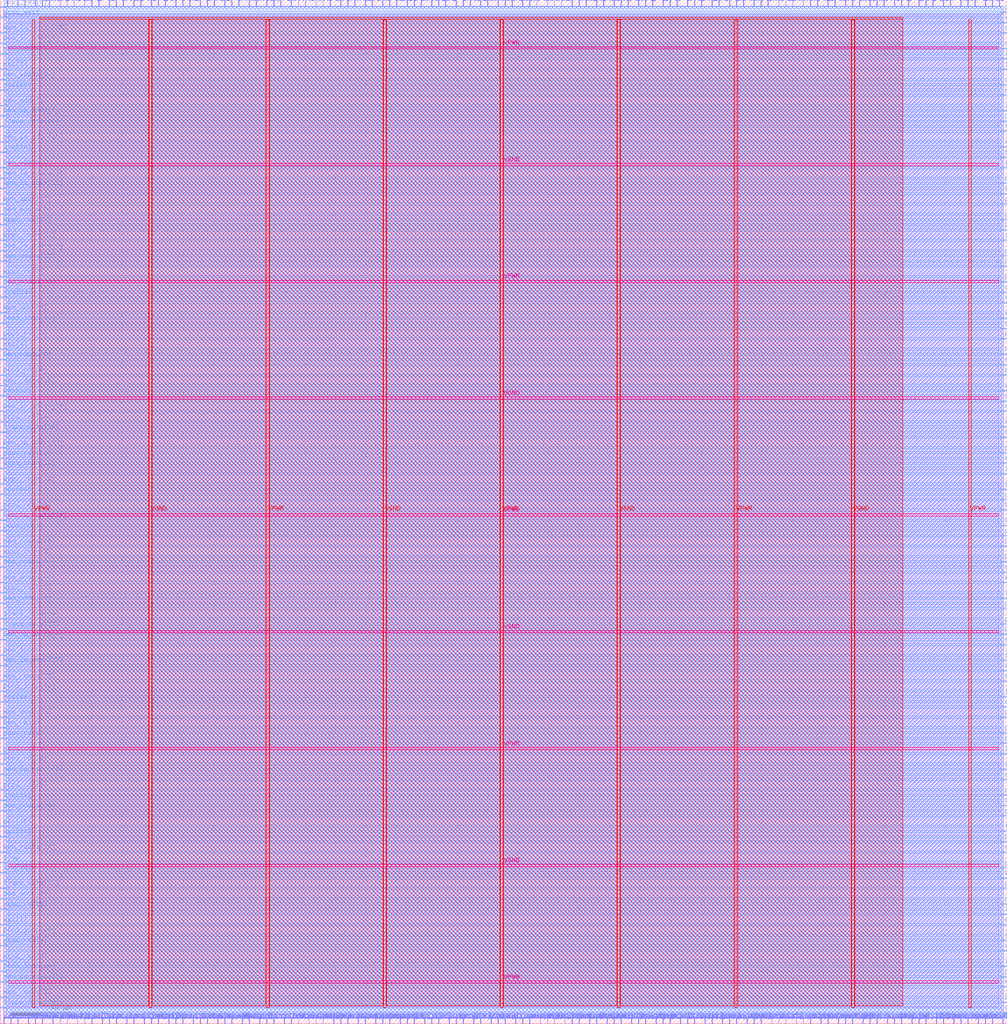
<source format=lef>
VERSION 5.7 ;
  NOWIREEXTENSIONATPIN ON ;
  DIVIDERCHAR "/" ;
  BUSBITCHARS "[]" ;
MACRO picorv32a
  CLASS BLOCK ;
  FOREIGN picorv32a ;
  ORIGIN 0.000 0.000 ;
  SIZE 660.685 BY 671.405 ;
  PIN clk
    DIRECTION INPUT ;
    USE SIGNAL ;
    PORT
      LAYER met2 ;
        RECT 575.090 667.405 575.370 671.405 ;
    END
  END clk
  PIN eoi[0]
    DIRECTION OUTPUT TRISTATE ;
    USE SIGNAL ;
    PORT
      LAYER met2 ;
        RECT 200.190 667.405 200.470 671.405 ;
    END
  END eoi[0]
  PIN eoi[10]
    DIRECTION OUTPUT TRISTATE ;
    USE SIGNAL ;
    PORT
      LAYER met3 ;
        RECT 656.685 207.440 660.685 208.040 ;
    END
  END eoi[10]
  PIN eoi[11]
    DIRECTION OUTPUT TRISTATE ;
    USE SIGNAL ;
    PORT
      LAYER met2 ;
        RECT 75.990 667.405 76.270 671.405 ;
    END
  END eoi[11]
  PIN eoi[12]
    DIRECTION OUTPUT TRISTATE ;
    USE SIGNAL ;
    PORT
      LAYER met2 ;
        RECT 190.990 667.405 191.270 671.405 ;
    END
  END eoi[12]
  PIN eoi[13]
    DIRECTION OUTPUT TRISTATE ;
    USE SIGNAL ;
    PORT
      LAYER met3 ;
        RECT 656.685 384.240 660.685 384.840 ;
    END
  END eoi[13]
  PIN eoi[14]
    DIRECTION OUTPUT TRISTATE ;
    USE SIGNAL ;
    PORT
      LAYER met3 ;
        RECT 0.000 122.440 4.000 123.040 ;
    END
  END eoi[14]
  PIN eoi[15]
    DIRECTION OUTPUT TRISTATE ;
    USE SIGNAL ;
    PORT
      LAYER met2 ;
        RECT 50.690 0.000 50.970 4.000 ;
    END
  END eoi[15]
  PIN eoi[16]
    DIRECTION OUTPUT TRISTATE ;
    USE SIGNAL ;
    PORT
      LAYER met3 ;
        RECT 656.685 64.640 660.685 65.240 ;
    END
  END eoi[16]
  PIN eoi[17]
    DIRECTION OUTPUT TRISTATE ;
    USE SIGNAL ;
    PORT
      LAYER met2 ;
        RECT 554.390 0.000 554.670 4.000 ;
    END
  END eoi[17]
  PIN eoi[18]
    DIRECTION OUTPUT TRISTATE ;
    USE SIGNAL ;
    PORT
      LAYER met3 ;
        RECT 0.000 129.240 4.000 129.840 ;
    END
  END eoi[18]
  PIN eoi[19]
    DIRECTION OUTPUT TRISTATE ;
    USE SIGNAL ;
    PORT
      LAYER met3 ;
        RECT 656.685 455.640 660.685 456.240 ;
    END
  END eoi[19]
  PIN eoi[1]
    DIRECTION OUTPUT TRISTATE ;
    USE SIGNAL ;
    PORT
      LAYER met3 ;
        RECT 0.000 64.640 4.000 65.240 ;
    END
  END eoi[1]
  PIN eoi[20]
    DIRECTION OUTPUT TRISTATE ;
    USE SIGNAL ;
    PORT
      LAYER met2 ;
        RECT 607.290 0.000 607.570 4.000 ;
    END
  END eoi[20]
  PIN eoi[21]
    DIRECTION OUTPUT TRISTATE ;
    USE SIGNAL ;
    PORT
      LAYER met2 ;
        RECT 455.490 667.405 455.770 671.405 ;
    END
  END eoi[21]
  PIN eoi[22]
    DIRECTION OUTPUT TRISTATE ;
    USE SIGNAL ;
    PORT
      LAYER met3 ;
        RECT 0.000 210.840 4.000 211.440 ;
    END
  END eoi[22]
  PIN eoi[23]
    DIRECTION OUTPUT TRISTATE ;
    USE SIGNAL ;
    PORT
      LAYER met2 ;
        RECT 630.290 0.000 630.570 4.000 ;
    END
  END eoi[23]
  PIN eoi[24]
    DIRECTION OUTPUT TRISTATE ;
    USE SIGNAL ;
    PORT
      LAYER met3 ;
        RECT 0.000 346.840 4.000 347.440 ;
    END
  END eoi[24]
  PIN eoi[25]
    DIRECTION OUTPUT TRISTATE ;
    USE SIGNAL ;
    PORT
      LAYER met2 ;
        RECT 59.890 0.000 60.170 4.000 ;
    END
  END eoi[25]
  PIN eoi[26]
    DIRECTION OUTPUT TRISTATE ;
    USE SIGNAL ;
    PORT
      LAYER met3 ;
        RECT 0.000 411.440 4.000 412.040 ;
    END
  END eoi[26]
  PIN eoi[27]
    DIRECTION OUTPUT TRISTATE ;
    USE SIGNAL ;
    PORT
      LAYER met2 ;
        RECT 287.590 667.405 287.870 671.405 ;
    END
  END eoi[27]
  PIN eoi[28]
    DIRECTION OUTPUT TRISTATE ;
    USE SIGNAL ;
    PORT
      LAYER met3 ;
        RECT 0.000 612.040 4.000 612.640 ;
    END
  END eoi[28]
  PIN eoi[29]
    DIRECTION OUTPUT TRISTATE ;
    USE SIGNAL ;
    PORT
      LAYER met2 ;
        RECT 92.090 667.405 92.370 671.405 ;
    END
  END eoi[29]
  PIN eoi[2]
    DIRECTION OUTPUT TRISTATE ;
    USE SIGNAL ;
    PORT
      LAYER met2 ;
        RECT 650.990 0.000 651.270 4.000 ;
    END
  END eoi[2]
  PIN eoi[30]
    DIRECTION OUTPUT TRISTATE ;
    USE SIGNAL ;
    PORT
      LAYER met2 ;
        RECT 151.890 0.000 152.170 4.000 ;
    END
  END eoi[30]
  PIN eoi[31]
    DIRECTION OUTPUT TRISTATE ;
    USE SIGNAL ;
    PORT
      LAYER met2 ;
        RECT 294.490 0.000 294.770 4.000 ;
    END
  END eoi[31]
  PIN eoi[3]
    DIRECTION OUTPUT TRISTATE ;
    USE SIGNAL ;
    PORT
      LAYER met2 ;
        RECT 489.990 0.000 490.270 4.000 ;
    END
  END eoi[3]
  PIN eoi[4]
    DIRECTION OUTPUT TRISTATE ;
    USE SIGNAL ;
    PORT
      LAYER met3 ;
        RECT 0.000 442.040 4.000 442.640 ;
    END
  END eoi[4]
  PIN eoi[5]
    DIRECTION OUTPUT TRISTATE ;
    USE SIGNAL ;
    PORT
      LAYER met2 ;
        RECT 379.590 667.405 379.870 671.405 ;
    END
  END eoi[5]
  PIN eoi[6]
    DIRECTION OUTPUT TRISTATE ;
    USE SIGNAL ;
    PORT
      LAYER met3 ;
        RECT 656.685 401.240 660.685 401.840 ;
    END
  END eoi[6]
  PIN eoi[7]
    DIRECTION OUTPUT TRISTATE ;
    USE SIGNAL ;
    PORT
      LAYER met2 ;
        RECT 163.390 0.000 163.670 4.000 ;
    END
  END eoi[7]
  PIN eoi[8]
    DIRECTION OUTPUT TRISTATE ;
    USE SIGNAL ;
    PORT
      LAYER met3 ;
        RECT 0.000 625.640 4.000 626.240 ;
    END
  END eoi[8]
  PIN eoi[9]
    DIRECTION OUTPUT TRISTATE ;
    USE SIGNAL ;
    PORT
      LAYER met2 ;
        RECT 184.090 667.405 184.370 671.405 ;
    END
  END eoi[9]
  PIN irq[0]
    DIRECTION INPUT ;
    USE SIGNAL ;
    PORT
      LAYER met3 ;
        RECT 656.685 360.440 660.685 361.040 ;
    END
  END irq[0]
  PIN irq[10]
    DIRECTION INPUT ;
    USE SIGNAL ;
    PORT
      LAYER met2 ;
        RECT 595.790 667.405 596.070 671.405 ;
    END
  END irq[10]
  PIN irq[11]
    DIRECTION INPUT ;
    USE SIGNAL ;
    PORT
      LAYER met3 ;
        RECT 656.685 238.040 660.685 238.640 ;
    END
  END irq[11]
  PIN irq[12]
    DIRECTION INPUT ;
    USE SIGNAL ;
    PORT
      LAYER met2 ;
        RECT 48.390 667.405 48.670 671.405 ;
    END
  END irq[12]
  PIN irq[13]
    DIRECTION INPUT ;
    USE SIGNAL ;
    PORT
      LAYER met2 ;
        RECT 331.290 667.405 331.570 671.405 ;
    END
  END irq[13]
  PIN irq[14]
    DIRECTION INPUT ;
    USE SIGNAL ;
    PORT
      LAYER met3 ;
        RECT 0.000 571.240 4.000 571.840 ;
    END
  END irq[14]
  PIN irq[15]
    DIRECTION INPUT ;
    USE SIGNAL ;
    PORT
      LAYER met3 ;
        RECT 656.685 561.040 660.685 561.640 ;
    END
  END irq[15]
  PIN irq[16]
    DIRECTION INPUT ;
    USE SIGNAL ;
    PORT
      LAYER met2 ;
        RECT 370.390 0.000 370.670 4.000 ;
    END
  END irq[16]
  PIN irq[17]
    DIRECTION INPUT ;
    USE SIGNAL ;
    PORT
      LAYER met2 ;
        RECT 581.990 0.000 582.270 4.000 ;
    END
  END irq[17]
  PIN irq[18]
    DIRECTION INPUT ;
    USE SIGNAL ;
    PORT
      LAYER met3 ;
        RECT 0.000 98.640 4.000 99.240 ;
    END
  END irq[18]
  PIN irq[19]
    DIRECTION INPUT ;
    USE SIGNAL ;
    PORT
      LAYER met3 ;
        RECT 0.000 146.240 4.000 146.840 ;
    END
  END irq[19]
  PIN irq[1]
    DIRECTION INPUT ;
    USE SIGNAL ;
    PORT
      LAYER met2 ;
        RECT 299.090 667.405 299.370 671.405 ;
    END
  END irq[1]
  PIN irq[20]
    DIRECTION INPUT ;
    USE SIGNAL ;
    PORT
      LAYER met2 ;
        RECT 526.790 667.405 527.070 671.405 ;
    END
  END irq[20]
  PIN irq[21]
    DIRECTION INPUT ;
    USE SIGNAL ;
    PORT
      LAYER met2 ;
        RECT 411.790 667.405 412.070 671.405 ;
    END
  END irq[21]
  PIN irq[22]
    DIRECTION INPUT ;
    USE SIGNAL ;
    PORT
      LAYER met2 ;
        RECT 98.990 0.000 99.270 4.000 ;
    END
  END irq[22]
  PIN irq[23]
    DIRECTION INPUT ;
    USE SIGNAL ;
    PORT
      LAYER met2 ;
        RECT 278.390 0.000 278.670 4.000 ;
    END
  END irq[23]
  PIN irq[24]
    DIRECTION INPUT ;
    USE SIGNAL ;
    PORT
      LAYER met2 ;
        RECT 131.190 667.405 131.470 671.405 ;
    END
  END irq[24]
  PIN irq[25]
    DIRECTION INPUT ;
    USE SIGNAL ;
    PORT
      LAYER met2 ;
        RECT 455.490 0.000 455.770 4.000 ;
    END
  END irq[25]
  PIN irq[26]
    DIRECTION INPUT ;
    USE SIGNAL ;
    PORT
      LAYER met3 ;
        RECT 0.000 476.040 4.000 476.640 ;
    END
  END irq[26]
  PIN irq[27]
    DIRECTION INPUT ;
    USE SIGNAL ;
    PORT
      LAYER met3 ;
        RECT 656.685 632.440 660.685 633.040 ;
    END
  END irq[27]
  PIN irq[28]
    DIRECTION INPUT ;
    USE SIGNAL ;
    PORT
      LAYER met3 ;
        RECT 656.685 598.440 660.685 599.040 ;
    END
  END irq[28]
  PIN irq[29]
    DIRECTION INPUT ;
    USE SIGNAL ;
    PORT
      LAYER met3 ;
        RECT 656.685 214.240 660.685 214.840 ;
    END
  END irq[29]
  PIN irq[2]
    DIRECTION INPUT ;
    USE SIGNAL ;
    PORT
      LAYER met3 ;
        RECT 656.685 176.840 660.685 177.440 ;
    END
  END irq[2]
  PIN irq[30]
    DIRECTION INPUT ;
    USE SIGNAL ;
    PORT
      LAYER met2 ;
        RECT 223.190 667.405 223.470 671.405 ;
    END
  END irq[30]
  PIN irq[31]
    DIRECTION INPUT ;
    USE SIGNAL ;
    PORT
      LAYER met3 ;
        RECT 656.685 513.440 660.685 514.040 ;
    END
  END irq[31]
  PIN irq[3]
    DIRECTION INPUT ;
    USE SIGNAL ;
    PORT
      LAYER met2 ;
        RECT 167.990 667.405 168.270 671.405 ;
    END
  END irq[3]
  PIN irq[4]
    DIRECTION INPUT ;
    USE SIGNAL ;
    PORT
      LAYER met3 ;
        RECT 656.685 71.440 660.685 72.040 ;
    END
  END irq[4]
  PIN irq[5]
    DIRECTION INPUT ;
    USE SIGNAL ;
    PORT
      LAYER met2 ;
        RECT 315.190 0.000 315.470 4.000 ;
    END
  END irq[5]
  PIN irq[6]
    DIRECTION INPUT ;
    USE SIGNAL ;
    PORT
      LAYER met3 ;
        RECT 656.685 37.440 660.685 38.040 ;
    END
  END irq[6]
  PIN irq[7]
    DIRECTION INPUT ;
    USE SIGNAL ;
    PORT
      LAYER met2 ;
        RECT 630.290 667.405 630.570 671.405 ;
    END
  END irq[7]
  PIN irq[8]
    DIRECTION INPUT ;
    USE SIGNAL ;
    PORT
      LAYER met2 ;
        RECT 202.490 0.000 202.770 4.000 ;
    END
  END irq[8]
  PIN irq[9]
    DIRECTION INPUT ;
    USE SIGNAL ;
    PORT
      LAYER met2 ;
        RECT 558.990 0.000 559.270 4.000 ;
    END
  END irq[9]
  PIN mem_addr[0]
    DIRECTION OUTPUT TRISTATE ;
    USE SIGNAL ;
    PORT
      LAYER met3 ;
        RECT 0.000 635.840 4.000 636.440 ;
    END
  END mem_addr[0]
  PIN mem_addr[10]
    DIRECTION OUTPUT TRISTATE ;
    USE SIGNAL ;
    PORT
      LAYER met2 ;
        RECT 119.690 667.405 119.970 671.405 ;
    END
  END mem_addr[10]
  PIN mem_addr[11]
    DIRECTION OUTPUT TRISTATE ;
    USE SIGNAL ;
    PORT
      LAYER met2 ;
        RECT 614.190 0.000 614.470 4.000 ;
    END
  END mem_addr[11]
  PIN mem_addr[12]
    DIRECTION OUTPUT TRISTATE ;
    USE SIGNAL ;
    PORT
      LAYER met3 ;
        RECT 656.685 431.840 660.685 432.440 ;
    END
  END mem_addr[12]
  PIN mem_addr[13]
    DIRECTION OUTPUT TRISTATE ;
    USE SIGNAL ;
    PORT
      LAYER met3 ;
        RECT 656.685 289.040 660.685 289.640 ;
    END
  END mem_addr[13]
  PIN mem_addr[14]
    DIRECTION OUTPUT TRISTATE ;
    USE SIGNAL ;
    PORT
      LAYER met2 ;
        RECT 34.590 0.000 34.870 4.000 ;
    END
  END mem_addr[14]
  PIN mem_addr[15]
    DIRECTION OUTPUT TRISTATE ;
    USE SIGNAL ;
    PORT
      LAYER met2 ;
        RECT 299.090 0.000 299.370 4.000 ;
    END
  END mem_addr[15]
  PIN mem_addr[16]
    DIRECTION OUTPUT TRISTATE ;
    USE SIGNAL ;
    PORT
      LAYER met2 ;
        RECT 342.790 667.405 343.070 671.405 ;
    END
  END mem_addr[16]
  PIN mem_addr[17]
    DIRECTION OUTPUT TRISTATE ;
    USE SIGNAL ;
    PORT
      LAYER met3 ;
        RECT 0.000 537.240 4.000 537.840 ;
    END
  END mem_addr[17]
  PIN mem_addr[18]
    DIRECTION OUTPUT TRISTATE ;
    USE SIGNAL ;
    PORT
      LAYER met2 ;
        RECT 586.590 667.405 586.870 671.405 ;
    END
  END mem_addr[18]
  PIN mem_addr[19]
    DIRECTION OUTPUT TRISTATE ;
    USE SIGNAL ;
    PORT
      LAYER met2 ;
        RECT 218.590 0.000 218.870 4.000 ;
    END
  END mem_addr[19]
  PIN mem_addr[1]
    DIRECTION OUTPUT TRISTATE ;
    USE SIGNAL ;
    PORT
      LAYER met3 ;
        RECT 0.000 601.840 4.000 602.440 ;
    END
  END mem_addr[1]
  PIN mem_addr[20]
    DIRECTION OUTPUT TRISTATE ;
    USE SIGNAL ;
    PORT
      LAYER met2 ;
        RECT 483.090 667.405 483.370 671.405 ;
    END
  END mem_addr[20]
  PIN mem_addr[21]
    DIRECTION OUTPUT TRISTATE ;
    USE SIGNAL ;
    PORT
      LAYER met3 ;
        RECT 656.685 142.840 660.685 143.440 ;
    END
  END mem_addr[21]
  PIN mem_addr[22]
    DIRECTION OUTPUT TRISTATE ;
    USE SIGNAL ;
    PORT
      LAYER met2 ;
        RECT 319.790 667.405 320.070 671.405 ;
    END
  END mem_addr[22]
  PIN mem_addr[23]
    DIRECTION OUTPUT TRISTATE ;
    USE SIGNAL ;
    PORT
      LAYER met3 ;
        RECT 0.000 81.640 4.000 82.240 ;
    END
  END mem_addr[23]
  PIN mem_addr[24]
    DIRECTION OUTPUT TRISTATE ;
    USE SIGNAL ;
    PORT
      LAYER met2 ;
        RECT 18.490 0.000 18.770 4.000 ;
    END
  END mem_addr[24]
  PIN mem_addr[25]
    DIRECTION OUTPUT TRISTATE ;
    USE SIGNAL ;
    PORT
      LAYER met3 ;
        RECT 656.685 350.240 660.685 350.840 ;
    END
  END mem_addr[25]
  PIN mem_addr[26]
    DIRECTION OUTPUT TRISTATE ;
    USE SIGNAL ;
    PORT
      LAYER met2 ;
        RECT 623.390 667.405 623.670 671.405 ;
    END
  END mem_addr[26]
  PIN mem_addr[27]
    DIRECTION OUTPUT TRISTATE ;
    USE SIGNAL ;
    PORT
      LAYER met2 ;
        RECT 211.690 667.405 211.970 671.405 ;
    END
  END mem_addr[27]
  PIN mem_addr[28]
    DIRECTION OUTPUT TRISTATE ;
    USE SIGNAL ;
    PORT
      LAYER met3 ;
        RECT 656.685 54.440 660.685 55.040 ;
    END
  END mem_addr[28]
  PIN mem_addr[29]
    DIRECTION OUTPUT TRISTATE ;
    USE SIGNAL ;
    PORT
      LAYER met3 ;
        RECT 656.685 295.840 660.685 296.440 ;
    END
  END mem_addr[29]
  PIN mem_addr[2]
    DIRECTION OUTPUT TRISTATE ;
    USE SIGNAL ;
    PORT
      LAYER met2 ;
        RECT 271.490 667.405 271.770 671.405 ;
    END
  END mem_addr[2]
  PIN mem_addr[30]
    DIRECTION OUTPUT TRISTATE ;
    USE SIGNAL ;
    PORT
      LAYER met3 ;
        RECT 0.000 275.440 4.000 276.040 ;
    END
  END mem_addr[30]
  PIN mem_addr[31]
    DIRECTION OUTPUT TRISTATE ;
    USE SIGNAL ;
    PORT
      LAYER met2 ;
        RECT 494.590 0.000 494.870 4.000 ;
    END
  END mem_addr[31]
  PIN mem_addr[3]
    DIRECTION OUTPUT TRISTATE ;
    USE SIGNAL ;
    PORT
      LAYER met2 ;
        RECT 395.690 667.405 395.970 671.405 ;
    END
  END mem_addr[3]
  PIN mem_addr[4]
    DIRECTION OUTPUT TRISTATE ;
    USE SIGNAL ;
    PORT
      LAYER met2 ;
        RECT 211.690 0.000 211.970 4.000 ;
    END
  END mem_addr[4]
  PIN mem_addr[5]
    DIRECTION OUTPUT TRISTATE ;
    USE SIGNAL ;
    PORT
      LAYER met2 ;
        RECT 158.790 0.000 159.070 4.000 ;
    END
  END mem_addr[5]
  PIN mem_addr[6]
    DIRECTION OUTPUT TRISTATE ;
    USE SIGNAL ;
    PORT
      LAYER met2 ;
        RECT 646.390 667.405 646.670 671.405 ;
    END
  END mem_addr[6]
  PIN mem_addr[7]
    DIRECTION OUTPUT TRISTATE ;
    USE SIGNAL ;
    PORT
      LAYER met2 ;
        RECT 460.090 667.405 460.370 671.405 ;
    END
  END mem_addr[7]
  PIN mem_addr[8]
    DIRECTION OUTPUT TRISTATE ;
    USE SIGNAL ;
    PORT
      LAYER met2 ;
        RECT 418.690 0.000 418.970 4.000 ;
    END
  END mem_addr[8]
  PIN mem_addr[9]
    DIRECTION OUTPUT TRISTATE ;
    USE SIGNAL ;
    PORT
      LAYER met3 ;
        RECT 0.000 465.840 4.000 466.440 ;
    END
  END mem_addr[9]
  PIN mem_instr
    DIRECTION OUTPUT TRISTATE ;
    USE SIGNAL ;
    PORT
      LAYER met3 ;
        RECT 0.000 241.440 4.000 242.040 ;
    END
  END mem_instr
  PIN mem_la_addr[0]
    DIRECTION OUTPUT TRISTATE ;
    USE SIGNAL ;
    PORT
      LAYER met3 ;
        RECT 656.685 544.040 660.685 544.640 ;
    END
  END mem_la_addr[0]
  PIN mem_la_addr[10]
    DIRECTION OUTPUT TRISTATE ;
    USE SIGNAL ;
    PORT
      LAYER met2 ;
        RECT 259.990 667.405 260.270 671.405 ;
    END
  END mem_la_addr[10]
  PIN mem_la_addr[11]
    DIRECTION OUTPUT TRISTATE ;
    USE SIGNAL ;
    PORT
      LAYER met3 ;
        RECT 656.685 336.640 660.685 337.240 ;
    END
  END mem_la_addr[11]
  PIN mem_la_addr[12]
    DIRECTION OUTPUT TRISTATE ;
    USE SIGNAL ;
    PORT
      LAYER met2 ;
        RECT 363.490 0.000 363.770 4.000 ;
    END
  END mem_la_addr[12]
  PIN mem_la_addr[13]
    DIRECTION OUTPUT TRISTATE ;
    USE SIGNAL ;
    PORT
      LAYER met2 ;
        RECT 478.490 667.405 478.770 671.405 ;
    END
  END mem_la_addr[13]
  PIN mem_la_addr[14]
    DIRECTION OUTPUT TRISTATE ;
    USE SIGNAL ;
    PORT
      LAYER met2 ;
        RECT 646.390 0.000 646.670 4.000 ;
    END
  END mem_la_addr[14]
  PIN mem_la_addr[15]
    DIRECTION OUTPUT TRISTATE ;
    USE SIGNAL ;
    PORT
      LAYER met2 ;
        RECT 326.690 0.000 326.970 4.000 ;
    END
  END mem_la_addr[15]
  PIN mem_la_addr[16]
    DIRECTION OUTPUT TRISTATE ;
    USE SIGNAL ;
    PORT
      LAYER met3 ;
        RECT 0.000 578.040 4.000 578.640 ;
    END
  END mem_la_addr[16]
  PIN mem_la_addr[17]
    DIRECTION OUTPUT TRISTATE ;
    USE SIGNAL ;
    PORT
      LAYER met3 ;
        RECT 0.000 377.440 4.000 378.040 ;
    END
  END mem_la_addr[17]
  PIN mem_la_addr[18]
    DIRECTION OUTPUT TRISTATE ;
    USE SIGNAL ;
    PORT
      LAYER met2 ;
        RECT 510.690 0.000 510.970 4.000 ;
    END
  END mem_la_addr[18]
  PIN mem_la_addr[19]
    DIRECTION OUTPUT TRISTATE ;
    USE SIGNAL ;
    PORT
      LAYER met2 ;
        RECT 315.190 667.405 315.470 671.405 ;
    END
  END mem_la_addr[19]
  PIN mem_la_addr[1]
    DIRECTION OUTPUT TRISTATE ;
    USE SIGNAL ;
    PORT
      LAYER met3 ;
        RECT 0.000 642.640 4.000 643.240 ;
    END
  END mem_la_addr[1]
  PIN mem_la_addr[20]
    DIRECTION OUTPUT TRISTATE ;
    USE SIGNAL ;
    PORT
      LAYER met2 ;
        RECT 602.690 0.000 602.970 4.000 ;
    END
  END mem_la_addr[20]
  PIN mem_la_addr[21]
    DIRECTION OUTPUT TRISTATE ;
    USE SIGNAL ;
    PORT
      LAYER met3 ;
        RECT 0.000 547.440 4.000 548.040 ;
    END
  END mem_la_addr[21]
  PIN mem_la_addr[22]
    DIRECTION OUTPUT TRISTATE ;
    USE SIGNAL ;
    PORT
      LAYER met2 ;
        RECT 71.390 667.405 71.670 671.405 ;
    END
  END mem_la_addr[22]
  PIN mem_la_addr[23]
    DIRECTION OUTPUT TRISTATE ;
    USE SIGNAL ;
    PORT
      LAYER met3 ;
        RECT 656.685 166.640 660.685 167.240 ;
    END
  END mem_la_addr[23]
  PIN mem_la_addr[24]
    DIRECTION OUTPUT TRISTATE ;
    USE SIGNAL ;
    PORT
      LAYER met2 ;
        RECT 639.490 667.405 639.770 671.405 ;
    END
  END mem_la_addr[24]
  PIN mem_la_addr[25]
    DIRECTION OUTPUT TRISTATE ;
    USE SIGNAL ;
    PORT
      LAYER met2 ;
        RECT 499.190 0.000 499.470 4.000 ;
    END
  END mem_la_addr[25]
  PIN mem_la_addr[26]
    DIRECTION OUTPUT TRISTATE ;
    USE SIGNAL ;
    PORT
      LAYER met2 ;
        RECT 82.890 0.000 83.170 4.000 ;
    END
  END mem_la_addr[26]
  PIN mem_la_addr[27]
    DIRECTION OUTPUT TRISTATE ;
    USE SIGNAL ;
    PORT
      LAYER met3 ;
        RECT 0.000 234.640 4.000 235.240 ;
    END
  END mem_la_addr[27]
  PIN mem_la_addr[28]
    DIRECTION OUTPUT TRISTATE ;
    USE SIGNAL ;
    PORT
      LAYER met2 ;
        RECT 255.390 667.405 255.670 671.405 ;
    END
  END mem_la_addr[28]
  PIN mem_la_addr[29]
    DIRECTION OUTPUT TRISTATE ;
    USE SIGNAL ;
    PORT
      LAYER met3 ;
        RECT 656.685 615.440 660.685 616.040 ;
    END
  END mem_la_addr[29]
  PIN mem_la_addr[2]
    DIRECTION OUTPUT TRISTATE ;
    USE SIGNAL ;
    PORT
      LAYER met2 ;
        RECT 515.290 667.405 515.570 671.405 ;
    END
  END mem_la_addr[2]
  PIN mem_la_addr[30]
    DIRECTION OUTPUT TRISTATE ;
    USE SIGNAL ;
    PORT
      LAYER met2 ;
        RECT 140.390 667.405 140.670 671.405 ;
    END
  END mem_la_addr[30]
  PIN mem_la_addr[31]
    DIRECTION OUTPUT TRISTATE ;
    USE SIGNAL ;
    PORT
      LAYER met2 ;
        RECT 446.290 0.000 446.570 4.000 ;
    END
  END mem_la_addr[31]
  PIN mem_la_addr[3]
    DIRECTION OUTPUT TRISTATE ;
    USE SIGNAL ;
    PORT
      LAYER met2 ;
        RECT 439.390 0.000 439.670 4.000 ;
    END
  END mem_la_addr[3]
  PIN mem_la_addr[4]
    DIRECTION OUTPUT TRISTATE ;
    USE SIGNAL ;
    PORT
      LAYER met3 ;
        RECT 0.000 595.040 4.000 595.640 ;
    END
  END mem_la_addr[4]
  PIN mem_la_addr[5]
    DIRECTION OUTPUT TRISTATE ;
    USE SIGNAL ;
    PORT
      LAYER met3 ;
        RECT 656.685 326.440 660.685 327.040 ;
    END
  END mem_la_addr[5]
  PIN mem_la_addr[6]
    DIRECTION OUTPUT TRISTATE ;
    USE SIGNAL ;
    PORT
      LAYER met2 ;
        RECT 618.790 0.000 619.070 4.000 ;
    END
  END mem_la_addr[6]
  PIN mem_la_addr[7]
    DIRECTION OUTPUT TRISTATE ;
    USE SIGNAL ;
    PORT
      LAYER met3 ;
        RECT 656.685 95.240 660.685 95.840 ;
    END
  END mem_la_addr[7]
  PIN mem_la_addr[8]
    DIRECTION OUTPUT TRISTATE ;
    USE SIGNAL ;
    PORT
      LAYER met3 ;
        RECT 656.685 112.240 660.685 112.840 ;
    END
  END mem_la_addr[8]
  PIN mem_la_addr[9]
    DIRECTION OUTPUT TRISTATE ;
    USE SIGNAL ;
    PORT
      LAYER met2 ;
        RECT 326.690 667.405 326.970 671.405 ;
    END
  END mem_la_addr[9]
  PIN mem_la_read
    DIRECTION OUTPUT TRISTATE ;
    USE SIGNAL ;
    PORT
      LAYER met2 ;
        RECT 535.990 667.405 536.270 671.405 ;
    END
  END mem_la_read
  PIN mem_la_wdata[0]
    DIRECTION OUTPUT TRISTATE ;
    USE SIGNAL ;
    PORT
      LAYER met2 ;
        RECT 407.190 0.000 407.470 4.000 ;
    END
  END mem_la_wdata[0]
  PIN mem_la_wdata[10]
    DIRECTION OUTPUT TRISTATE ;
    USE SIGNAL ;
    PORT
      LAYER met2 ;
        RECT 478.490 0.000 478.770 4.000 ;
    END
  END mem_la_wdata[10]
  PIN mem_la_wdata[11]
    DIRECTION OUTPUT TRISTATE ;
    USE SIGNAL ;
    PORT
      LAYER met2 ;
        RECT 427.890 667.405 428.170 671.405 ;
    END
  END mem_la_wdata[11]
  PIN mem_la_wdata[12]
    DIRECTION OUTPUT TRISTATE ;
    USE SIGNAL ;
    PORT
      LAYER met2 ;
        RECT 354.290 0.000 354.570 4.000 ;
    END
  END mem_la_wdata[12]
  PIN mem_la_wdata[13]
    DIRECTION OUTPUT TRISTATE ;
    USE SIGNAL ;
    PORT
      LAYER met2 ;
        RECT 331.290 0.000 331.570 4.000 ;
    END
  END mem_la_wdata[13]
  PIN mem_la_wdata[14]
    DIRECTION OUTPUT TRISTATE ;
    USE SIGNAL ;
    PORT
      LAYER met2 ;
        RECT 11.590 667.405 11.870 671.405 ;
    END
  END mem_la_wdata[14]
  PIN mem_la_wdata[15]
    DIRECTION OUTPUT TRISTATE ;
    USE SIGNAL ;
    PORT
      LAYER met3 ;
        RECT 0.000 401.240 4.000 401.840 ;
    END
  END mem_la_wdata[15]
  PIN mem_la_wdata[16]
    DIRECTION OUTPUT TRISTATE ;
    USE SIGNAL ;
    PORT
      LAYER met3 ;
        RECT 0.000 649.440 4.000 650.040 ;
    END
  END mem_la_wdata[16]
  PIN mem_la_wdata[17]
    DIRECTION OUTPUT TRISTATE ;
    USE SIGNAL ;
    PORT
      LAYER met3 ;
        RECT 656.685 367.240 660.685 367.840 ;
    END
  END mem_la_wdata[17]
  PIN mem_la_wdata[18]
    DIRECTION OUTPUT TRISTATE ;
    USE SIGNAL ;
    PORT
      LAYER met3 ;
        RECT 0.000 554.240 4.000 554.840 ;
    END
  END mem_la_wdata[18]
  PIN mem_la_wdata[19]
    DIRECTION OUTPUT TRISTATE ;
    USE SIGNAL ;
    PORT
      LAYER met3 ;
        RECT 656.685 408.040 660.685 408.640 ;
    END
  END mem_la_wdata[19]
  PIN mem_la_wdata[1]
    DIRECTION OUTPUT TRISTATE ;
    USE SIGNAL ;
    PORT
      LAYER met2 ;
        RECT 351.990 667.405 352.270 671.405 ;
    END
  END mem_la_wdata[1]
  PIN mem_la_wdata[20]
    DIRECTION OUTPUT TRISTATE ;
    USE SIGNAL ;
    PORT
      LAYER met2 ;
        RECT 223.190 0.000 223.470 4.000 ;
    END
  END mem_la_wdata[20]
  PIN mem_la_wdata[21]
    DIRECTION OUTPUT TRISTATE ;
    USE SIGNAL ;
    PORT
      LAYER met3 ;
        RECT 656.685 391.040 660.685 391.640 ;
    END
  END mem_la_wdata[21]
  PIN mem_la_wdata[22]
    DIRECTION OUTPUT TRISTATE ;
    USE SIGNAL ;
    PORT
      LAYER met3 ;
        RECT 656.685 472.640 660.685 473.240 ;
    END
  END mem_la_wdata[22]
  PIN mem_la_wdata[23]
    DIRECTION OUTPUT TRISTATE ;
    USE SIGNAL ;
    PORT
      LAYER met2 ;
        RECT 563.590 667.405 563.870 671.405 ;
    END
  END mem_la_wdata[23]
  PIN mem_la_wdata[24]
    DIRECTION OUTPUT TRISTATE ;
    USE SIGNAL ;
    PORT
      LAYER met3 ;
        RECT 0.000 329.840 4.000 330.440 ;
    END
  END mem_la_wdata[24]
  PIN mem_la_wdata[25]
    DIRECTION OUTPUT TRISTATE ;
    USE SIGNAL ;
    PORT
      LAYER met2 ;
        RECT 625.690 0.000 625.970 4.000 ;
    END
  END mem_la_wdata[25]
  PIN mem_la_wdata[26]
    DIRECTION OUTPUT TRISTATE ;
    USE SIGNAL ;
    PORT
      LAYER met3 ;
        RECT 656.685 6.840 660.685 7.440 ;
    END
  END mem_la_wdata[26]
  PIN mem_la_wdata[27]
    DIRECTION OUTPUT TRISTATE ;
    USE SIGNAL ;
    PORT
      LAYER met2 ;
        RECT 135.790 0.000 136.070 4.000 ;
    END
  END mem_la_wdata[27]
  PIN mem_la_wdata[28]
    DIRECTION OUTPUT TRISTATE ;
    USE SIGNAL ;
    PORT
      LAYER met2 ;
        RECT 207.090 667.405 207.370 671.405 ;
    END
  END mem_la_wdata[28]
  PIN mem_la_wdata[29]
    DIRECTION OUTPUT TRISTATE ;
    USE SIGNAL ;
    PORT
      LAYER met3 ;
        RECT 656.685 224.440 660.685 225.040 ;
    END
  END mem_la_wdata[29]
  PIN mem_la_wdata[2]
    DIRECTION OUTPUT TRISTATE ;
    USE SIGNAL ;
    PORT
      LAYER met2 ;
        RECT 239.290 0.000 239.570 4.000 ;
    END
  END mem_la_wdata[2]
  PIN mem_la_wdata[30]
    DIRECTION OUTPUT TRISTATE ;
    USE SIGNAL ;
    PORT
      LAYER met3 ;
        RECT 656.685 47.640 660.685 48.240 ;
    END
  END mem_la_wdata[30]
  PIN mem_la_wdata[31]
    DIRECTION OUTPUT TRISTATE ;
    USE SIGNAL ;
    PORT
      LAYER met2 ;
        RECT 250.790 667.405 251.070 671.405 ;
    END
  END mem_la_wdata[31]
  PIN mem_la_wdata[3]
    DIRECTION OUTPUT TRISTATE ;
    USE SIGNAL ;
    PORT
      LAYER met3 ;
        RECT 0.000 506.640 4.000 507.240 ;
    END
  END mem_la_wdata[3]
  PIN mem_la_wdata[4]
    DIRECTION OUTPUT TRISTATE ;
    USE SIGNAL ;
    PORT
      LAYER met2 ;
        RECT 363.490 667.405 363.770 671.405 ;
    END
  END mem_la_wdata[4]
  PIN mem_la_wdata[5]
    DIRECTION OUTPUT TRISTATE ;
    USE SIGNAL ;
    PORT
      LAYER met3 ;
        RECT 656.685 414.840 660.685 415.440 ;
    END
  END mem_la_wdata[5]
  PIN mem_la_wdata[6]
    DIRECTION OUTPUT TRISTATE ;
    USE SIGNAL ;
    PORT
      LAYER met3 ;
        RECT 0.000 27.240 4.000 27.840 ;
    END
  END mem_la_wdata[6]
  PIN mem_la_wdata[7]
    DIRECTION OUTPUT TRISTATE ;
    USE SIGNAL ;
    PORT
      LAYER met2 ;
        RECT 579.690 667.405 579.970 671.405 ;
    END
  END mem_la_wdata[7]
  PIN mem_la_wdata[8]
    DIRECTION OUTPUT TRISTATE ;
    USE SIGNAL ;
    PORT
      LAYER met2 ;
        RECT 303.690 667.405 303.970 671.405 ;
    END
  END mem_la_wdata[8]
  PIN mem_la_wdata[9]
    DIRECTION OUTPUT TRISTATE ;
    USE SIGNAL ;
    PORT
      LAYER met2 ;
        RECT 570.490 0.000 570.770 4.000 ;
    END
  END mem_la_wdata[9]
  PIN mem_la_write
    DIRECTION OUTPUT TRISTATE ;
    USE SIGNAL ;
    PORT
      LAYER met2 ;
        RECT 6.990 0.000 7.270 4.000 ;
    END
  END mem_la_write
  PIN mem_la_wstrb[0]
    DIRECTION OUTPUT TRISTATE ;
    USE SIGNAL ;
    PORT
      LAYER met3 ;
        RECT 0.000 251.640 4.000 252.240 ;
    END
  END mem_la_wstrb[0]
  PIN mem_la_wstrb[1]
    DIRECTION OUTPUT TRISTATE ;
    USE SIGNAL ;
    PORT
      LAYER met2 ;
        RECT 466.990 667.405 467.270 671.405 ;
    END
  END mem_la_wstrb[1]
  PIN mem_la_wstrb[2]
    DIRECTION OUTPUT TRISTATE ;
    USE SIGNAL ;
    PORT
      LAYER met3 ;
        RECT 0.000 163.240 4.000 163.840 ;
    END
  END mem_la_wstrb[2]
  PIN mem_la_wstrb[3]
    DIRECTION OUTPUT TRISTATE ;
    USE SIGNAL ;
    PORT
      LAYER met2 ;
        RECT 234.690 0.000 234.970 4.000 ;
    END
  END mem_la_wstrb[3]
  PIN mem_rdata[0]
    DIRECTION INPUT ;
    USE SIGNAL ;
    PORT
      LAYER met2 ;
        RECT 27.690 0.000 27.970 4.000 ;
    END
  END mem_rdata[0]
  PIN mem_rdata[10]
    DIRECTION INPUT ;
    USE SIGNAL ;
    PORT
      LAYER met3 ;
        RECT 0.000 418.240 4.000 418.840 ;
    END
  END mem_rdata[10]
  PIN mem_rdata[11]
    DIRECTION INPUT ;
    USE SIGNAL ;
    PORT
      LAYER met2 ;
        RECT 402.590 0.000 402.870 4.000 ;
    END
  END mem_rdata[11]
  PIN mem_rdata[12]
    DIRECTION INPUT ;
    USE SIGNAL ;
    PORT
      LAYER met3 ;
        RECT 656.685 656.240 660.685 656.840 ;
    END
  END mem_rdata[12]
  PIN mem_rdata[13]
    DIRECTION INPUT ;
    USE SIGNAL ;
    PORT
      LAYER met2 ;
        RECT 287.590 0.000 287.870 4.000 ;
    END
  END mem_rdata[13]
  PIN mem_rdata[14]
    DIRECTION INPUT ;
    USE SIGNAL ;
    PORT
      LAYER met3 ;
        RECT 0.000 112.240 4.000 112.840 ;
    END
  END mem_rdata[14]
  PIN mem_rdata[15]
    DIRECTION INPUT ;
    USE SIGNAL ;
    PORT
      LAYER met3 ;
        RECT 656.685 649.440 660.685 650.040 ;
    END
  END mem_rdata[15]
  PIN mem_rdata[16]
    DIRECTION INPUT ;
    USE SIGNAL ;
    PORT
      LAYER met2 ;
        RECT 195.590 667.405 195.870 671.405 ;
    END
  END mem_rdata[16]
  PIN mem_rdata[17]
    DIRECTION INPUT ;
    USE SIGNAL ;
    PORT
      LAYER met2 ;
        RECT 64.490 667.405 64.770 671.405 ;
    END
  END mem_rdata[17]
  PIN mem_rdata[18]
    DIRECTION INPUT ;
    USE SIGNAL ;
    PORT
      LAYER met2 ;
        RECT 119.690 0.000 119.970 4.000 ;
    END
  END mem_rdata[18]
  PIN mem_rdata[19]
    DIRECTION INPUT ;
    USE SIGNAL ;
    PORT
      LAYER met3 ;
        RECT 656.685 567.840 660.685 568.440 ;
    END
  END mem_rdata[19]
  PIN mem_rdata[1]
    DIRECTION INPUT ;
    USE SIGNAL ;
    PORT
      LAYER met2 ;
        RECT 565.890 0.000 566.170 4.000 ;
    END
  END mem_rdata[1]
  PIN mem_rdata[20]
    DIRECTION INPUT ;
    USE SIGNAL ;
    PORT
      LAYER met3 ;
        RECT 656.685 23.840 660.685 24.440 ;
    END
  END mem_rdata[20]
  PIN mem_rdata[21]
    DIRECTION INPUT ;
    USE SIGNAL ;
    PORT
      LAYER met3 ;
        RECT 0.000 299.240 4.000 299.840 ;
    END
  END mem_rdata[21]
  PIN mem_rdata[22]
    DIRECTION INPUT ;
    USE SIGNAL ;
    PORT
      LAYER met2 ;
        RECT 450.890 667.405 451.170 671.405 ;
    END
  END mem_rdata[22]
  PIN mem_rdata[23]
    DIRECTION INPUT ;
    USE SIGNAL ;
    PORT
      LAYER met3 ;
        RECT 0.000 312.840 4.000 313.440 ;
    END
  END mem_rdata[23]
  PIN mem_rdata[24]
    DIRECTION INPUT ;
    USE SIGNAL ;
    PORT
      LAYER met3 ;
        RECT 0.000 139.440 4.000 140.040 ;
    END
  END mem_rdata[24]
  PIN mem_rdata[25]
    DIRECTION INPUT ;
    USE SIGNAL ;
    PORT
      LAYER met2 ;
        RECT 434.790 667.405 435.070 671.405 ;
    END
  END mem_rdata[25]
  PIN mem_rdata[26]
    DIRECTION INPUT ;
    USE SIGNAL ;
    PORT
      LAYER met2 ;
        RECT 103.590 667.405 103.870 671.405 ;
    END
  END mem_rdata[26]
  PIN mem_rdata[27]
    DIRECTION INPUT ;
    USE SIGNAL ;
    PORT
      LAYER met2 ;
        RECT 434.790 0.000 435.070 4.000 ;
    END
  END mem_rdata[27]
  PIN mem_rdata[28]
    DIRECTION INPUT ;
    USE SIGNAL ;
    PORT
      LAYER met3 ;
        RECT 0.000 224.440 4.000 225.040 ;
    END
  END mem_rdata[28]
  PIN mem_rdata[29]
    DIRECTION INPUT ;
    USE SIGNAL ;
    PORT
      LAYER met3 ;
        RECT 656.685 231.240 660.685 231.840 ;
    END
  END mem_rdata[29]
  PIN mem_rdata[2]
    DIRECTION INPUT ;
    USE SIGNAL ;
    PORT
      LAYER met2 ;
        RECT 391.090 0.000 391.370 4.000 ;
    END
  END mem_rdata[2]
  PIN mem_rdata[30]
    DIRECTION INPUT ;
    USE SIGNAL ;
    PORT
      LAYER met2 ;
        RECT 611.890 667.405 612.170 671.405 ;
    END
  END mem_rdata[30]
  PIN mem_rdata[31]
    DIRECTION INPUT ;
    USE SIGNAL ;
    PORT
      LAYER met2 ;
        RECT 462.390 0.000 462.670 4.000 ;
    END
  END mem_rdata[31]
  PIN mem_rdata[3]
    DIRECTION INPUT ;
    USE SIGNAL ;
    PORT
      LAYER met3 ;
        RECT 0.000 17.040 4.000 17.640 ;
    END
  END mem_rdata[3]
  PIN mem_rdata[4]
    DIRECTION INPUT ;
    USE SIGNAL ;
    PORT
      LAYER met2 ;
        RECT 510.690 667.405 510.970 671.405 ;
    END
  END mem_rdata[4]
  PIN mem_rdata[5]
    DIRECTION INPUT ;
    USE SIGNAL ;
    PORT
      LAYER met3 ;
        RECT 656.685 639.240 660.685 639.840 ;
    END
  END mem_rdata[5]
  PIN mem_rdata[6]
    DIRECTION INPUT ;
    USE SIGNAL ;
    PORT
      LAYER met2 ;
        RECT 2.390 0.000 2.670 4.000 ;
    END
  END mem_rdata[6]
  PIN mem_rdata[7]
    DIRECTION INPUT ;
    USE SIGNAL ;
    PORT
      LAYER met2 ;
        RECT 98.990 667.405 99.270 671.405 ;
    END
  END mem_rdata[7]
  PIN mem_rdata[8]
    DIRECTION INPUT ;
    USE SIGNAL ;
    PORT
      LAYER met2 ;
        RECT 487.690 667.405 487.970 671.405 ;
    END
  END mem_rdata[8]
  PIN mem_rdata[9]
    DIRECTION INPUT ;
    USE SIGNAL ;
    PORT
      LAYER met3 ;
        RECT 0.000 435.240 4.000 435.840 ;
    END
  END mem_rdata[9]
  PIN mem_ready
    DIRECTION INPUT ;
    USE SIGNAL ;
    PORT
      LAYER met2 ;
        RECT 602.690 667.405 602.970 671.405 ;
    END
  END mem_ready
  PIN mem_valid
    DIRECTION OUTPUT TRISTATE ;
    USE SIGNAL ;
    PORT
      LAYER met3 ;
        RECT 0.000 193.840 4.000 194.440 ;
    END
  END mem_valid
  PIN mem_wdata[0]
    DIRECTION OUTPUT TRISTATE ;
    USE SIGNAL ;
    PORT
      LAYER met3 ;
        RECT 0.000 200.640 4.000 201.240 ;
    END
  END mem_wdata[0]
  PIN mem_wdata[10]
    DIRECTION OUTPUT TRISTATE ;
    USE SIGNAL ;
    PORT
      LAYER met2 ;
        RECT 4.690 667.405 4.970 671.405 ;
    END
  END mem_wdata[10]
  PIN mem_wdata[11]
    DIRECTION OUTPUT TRISTATE ;
    USE SIGNAL ;
    PORT
      LAYER met2 ;
        RECT 570.490 667.405 570.770 671.405 ;
    END
  END mem_wdata[11]
  PIN mem_wdata[12]
    DIRECTION OUTPUT TRISTATE ;
    USE SIGNAL ;
    PORT
      LAYER met3 ;
        RECT 0.000 499.840 4.000 500.440 ;
    END
  END mem_wdata[12]
  PIN mem_wdata[13]
    DIRECTION OUTPUT TRISTATE ;
    USE SIGNAL ;
    PORT
      LAYER met2 ;
        RECT 227.790 0.000 228.070 4.000 ;
    END
  END mem_wdata[13]
  PIN mem_wdata[14]
    DIRECTION OUTPUT TRISTATE ;
    USE SIGNAL ;
    PORT
      LAYER met2 ;
        RECT 418.690 667.405 418.970 671.405 ;
    END
  END mem_wdata[14]
  PIN mem_wdata[15]
    DIRECTION OUTPUT TRISTATE ;
    USE SIGNAL ;
    PORT
      LAYER met3 ;
        RECT 656.685 159.840 660.685 160.440 ;
    END
  END mem_wdata[15]
  PIN mem_wdata[16]
    DIRECTION OUTPUT TRISTATE ;
    USE SIGNAL ;
    PORT
      LAYER met3 ;
        RECT 0.000 289.040 4.000 289.640 ;
    END
  END mem_wdata[16]
  PIN mem_wdata[17]
    DIRECTION OUTPUT TRISTATE ;
    USE SIGNAL ;
    PORT
      LAYER met2 ;
        RECT 156.490 667.405 156.770 671.405 ;
    END
  END mem_wdata[17]
  PIN mem_wdata[18]
    DIRECTION OUTPUT TRISTATE ;
    USE SIGNAL ;
    PORT
      LAYER met2 ;
        RECT 347.390 0.000 347.670 4.000 ;
    END
  END mem_wdata[18]
  PIN mem_wdata[19]
    DIRECTION OUTPUT TRISTATE ;
    USE SIGNAL ;
    PORT
      LAYER met2 ;
        RECT 542.890 0.000 543.170 4.000 ;
    END
  END mem_wdata[19]
  PIN mem_wdata[1]
    DIRECTION OUTPUT TRISTATE ;
    USE SIGNAL ;
    PORT
      LAYER met2 ;
        RECT 147.290 667.405 147.570 671.405 ;
    END
  END mem_wdata[1]
  PIN mem_wdata[20]
    DIRECTION OUTPUT TRISTATE ;
    USE SIGNAL ;
    PORT
      LAYER met3 ;
        RECT 656.685 574.640 660.685 575.240 ;
    END
  END mem_wdata[20]
  PIN mem_wdata[21]
    DIRECTION OUTPUT TRISTATE ;
    USE SIGNAL ;
    PORT
      LAYER met2 ;
        RECT 379.590 0.000 379.870 4.000 ;
    END
  END mem_wdata[21]
  PIN mem_wdata[22]
    DIRECTION OUTPUT TRISTATE ;
    USE SIGNAL ;
    PORT
      LAYER met2 ;
        RECT 308.290 667.405 308.570 671.405 ;
    END
  END mem_wdata[22]
  PIN mem_wdata[23]
    DIRECTION OUTPUT TRISTATE ;
    USE SIGNAL ;
    PORT
      LAYER met2 ;
        RECT 243.890 667.405 244.170 671.405 ;
    END
  END mem_wdata[23]
  PIN mem_wdata[24]
    DIRECTION OUTPUT TRISTATE ;
    USE SIGNAL ;
    PORT
      LAYER met2 ;
        RECT 402.590 667.405 402.870 671.405 ;
    END
  END mem_wdata[24]
  PIN mem_wdata[25]
    DIRECTION OUTPUT TRISTATE ;
    USE SIGNAL ;
    PORT
      LAYER met2 ;
        RECT 239.290 667.405 239.570 671.405 ;
    END
  END mem_wdata[25]
  PIN mem_wdata[26]
    DIRECTION OUTPUT TRISTATE ;
    USE SIGNAL ;
    PORT
      LAYER met2 ;
        RECT 135.790 667.405 136.070 671.405 ;
    END
  END mem_wdata[26]
  PIN mem_wdata[27]
    DIRECTION OUTPUT TRISTATE ;
    USE SIGNAL ;
    PORT
      LAYER met2 ;
        RECT 634.890 0.000 635.170 4.000 ;
    END
  END mem_wdata[27]
  PIN mem_wdata[28]
    DIRECTION OUTPUT TRISTATE ;
    USE SIGNAL ;
    PORT
      LAYER met3 ;
        RECT 656.685 438.640 660.685 439.240 ;
    END
  END mem_wdata[28]
  PIN mem_wdata[29]
    DIRECTION OUTPUT TRISTATE ;
    USE SIGNAL ;
    PORT
      LAYER met3 ;
        RECT 0.000 482.840 4.000 483.440 ;
    END
  END mem_wdata[29]
  PIN mem_wdata[2]
    DIRECTION OUTPUT TRISTATE ;
    USE SIGNAL ;
    PORT
      LAYER met3 ;
        RECT 656.685 462.440 660.685 463.040 ;
    END
  END mem_wdata[2]
  PIN mem_wdata[30]
    DIRECTION OUTPUT TRISTATE ;
    USE SIGNAL ;
    PORT
      LAYER met3 ;
        RECT 0.000 618.840 4.000 619.440 ;
    END
  END mem_wdata[30]
  PIN mem_wdata[31]
    DIRECTION OUTPUT TRISTATE ;
    USE SIGNAL ;
    PORT
      LAYER met2 ;
        RECT 494.590 667.405 494.870 671.405 ;
    END
  END mem_wdata[31]
  PIN mem_wdata[3]
    DIRECTION OUTPUT TRISTATE ;
    USE SIGNAL ;
    PORT
      LAYER met3 ;
        RECT 0.000 561.040 4.000 561.640 ;
    END
  END mem_wdata[3]
  PIN mem_wdata[4]
    DIRECTION OUTPUT TRISTATE ;
    USE SIGNAL ;
    PORT
      LAYER met3 ;
        RECT 656.685 248.240 660.685 248.840 ;
    END
  END mem_wdata[4]
  PIN mem_wdata[5]
    DIRECTION OUTPUT TRISTATE ;
    USE SIGNAL ;
    PORT
      LAYER met3 ;
        RECT 0.000 530.440 4.000 531.040 ;
    END
  END mem_wdata[5]
  PIN mem_wdata[6]
    DIRECTION OUTPUT TRISTATE ;
    USE SIGNAL ;
    PORT
      LAYER met2 ;
        RECT 575.090 0.000 575.370 4.000 ;
    END
  END mem_wdata[6]
  PIN mem_wdata[7]
    DIRECTION OUTPUT TRISTATE ;
    USE SIGNAL ;
    PORT
      LAYER met3 ;
        RECT 656.685 479.440 660.685 480.040 ;
    END
  END mem_wdata[7]
  PIN mem_wdata[8]
    DIRECTION OUTPUT TRISTATE ;
    USE SIGNAL ;
    PORT
      LAYER met2 ;
        RECT 147.290 0.000 147.570 4.000 ;
    END
  END mem_wdata[8]
  PIN mem_wdata[9]
    DIRECTION OUTPUT TRISTATE ;
    USE SIGNAL ;
    PORT
      LAYER met2 ;
        RECT 310.590 0.000 310.870 4.000 ;
    END
  END mem_wdata[9]
  PIN mem_wstrb[0]
    DIRECTION OUTPUT TRISTATE ;
    USE SIGNAL ;
    PORT
      LAYER met2 ;
        RECT 641.790 0.000 642.070 4.000 ;
    END
  END mem_wstrb[0]
  PIN mem_wstrb[1]
    DIRECTION OUTPUT TRISTATE ;
    USE SIGNAL ;
    PORT
      LAYER met2 ;
        RECT 542.890 667.405 543.170 671.405 ;
    END
  END mem_wstrb[1]
  PIN mem_wstrb[2]
    DIRECTION OUTPUT TRISTATE ;
    USE SIGNAL ;
    PORT
      LAYER met2 ;
        RECT 55.290 667.405 55.570 671.405 ;
    END
  END mem_wstrb[2]
  PIN mem_wstrb[3]
    DIRECTION OUTPUT TRISTATE ;
    USE SIGNAL ;
    PORT
      LAYER met2 ;
        RECT 174.890 0.000 175.170 4.000 ;
    END
  END mem_wstrb[3]
  PIN pcpi_insn[0]
    DIRECTION OUTPUT TRISTATE ;
    USE SIGNAL ;
    PORT
      LAYER met2 ;
        RECT 538.290 0.000 538.570 4.000 ;
    END
  END pcpi_insn[0]
  PIN pcpi_insn[10]
    DIRECTION OUTPUT TRISTATE ;
    USE SIGNAL ;
    PORT
      LAYER met2 ;
        RECT 179.490 667.405 179.770 671.405 ;
    END
  END pcpi_insn[10]
  PIN pcpi_insn[11]
    DIRECTION OUTPUT TRISTATE ;
    USE SIGNAL ;
    PORT
      LAYER met2 ;
        RECT 124.290 667.405 124.570 671.405 ;
    END
  END pcpi_insn[11]
  PIN pcpi_insn[12]
    DIRECTION OUTPUT TRISTATE ;
    USE SIGNAL ;
    PORT
      LAYER met3 ;
        RECT 0.000 217.640 4.000 218.240 ;
    END
  END pcpi_insn[12]
  PIN pcpi_insn[13]
    DIRECTION OUTPUT TRISTATE ;
    USE SIGNAL ;
    PORT
      LAYER met2 ;
        RECT 531.390 667.405 531.670 671.405 ;
    END
  END pcpi_insn[13]
  PIN pcpi_insn[14]
    DIRECTION OUTPUT TRISTATE ;
    USE SIGNAL ;
    PORT
      LAYER met3 ;
        RECT 656.685 520.240 660.685 520.840 ;
    END
  END pcpi_insn[14]
  PIN pcpi_insn[15]
    DIRECTION OUTPUT TRISTATE ;
    USE SIGNAL ;
    PORT
      LAYER met3 ;
        RECT 656.685 13.640 660.685 14.240 ;
    END
  END pcpi_insn[15]
  PIN pcpi_insn[16]
    DIRECTION OUTPUT TRISTATE ;
    USE SIGNAL ;
    PORT
      LAYER met2 ;
        RECT 195.590 0.000 195.870 4.000 ;
    END
  END pcpi_insn[16]
  PIN pcpi_insn[17]
    DIRECTION OUTPUT TRISTATE ;
    USE SIGNAL ;
    PORT
      LAYER met3 ;
        RECT 656.685 261.840 660.685 262.440 ;
    END
  END pcpi_insn[17]
  PIN pcpi_insn[18]
    DIRECTION OUTPUT TRISTATE ;
    USE SIGNAL ;
    PORT
      LAYER met2 ;
        RECT 384.190 667.405 384.470 671.405 ;
    END
  END pcpi_insn[18]
  PIN pcpi_insn[19]
    DIRECTION OUTPUT TRISTATE ;
    USE SIGNAL ;
    PORT
      LAYER met3 ;
        RECT 0.000 459.040 4.000 459.640 ;
    END
  END pcpi_insn[19]
  PIN pcpi_insn[1]
    DIRECTION OUTPUT TRISTATE ;
    USE SIGNAL ;
    PORT
      LAYER met2 ;
        RECT 255.390 0.000 255.670 4.000 ;
    END
  END pcpi_insn[1]
  PIN pcpi_insn[20]
    DIRECTION OUTPUT TRISTATE ;
    USE SIGNAL ;
    PORT
      LAYER met3 ;
        RECT 656.685 448.840 660.685 449.440 ;
    END
  END pcpi_insn[20]
  PIN pcpi_insn[21]
    DIRECTION OUTPUT TRISTATE ;
    USE SIGNAL ;
    PORT
      LAYER met2 ;
        RECT 303.690 0.000 303.970 4.000 ;
    END
  END pcpi_insn[21]
  PIN pcpi_insn[22]
    DIRECTION OUTPUT TRISTATE ;
    USE SIGNAL ;
    PORT
      LAYER met3 ;
        RECT 0.000 513.440 4.000 514.040 ;
    END
  END pcpi_insn[22]
  PIN pcpi_insn[23]
    DIRECTION OUTPUT TRISTATE ;
    USE SIGNAL ;
    PORT
      LAYER met2 ;
        RECT 32.290 667.405 32.570 671.405 ;
    END
  END pcpi_insn[23]
  PIN pcpi_insn[24]
    DIRECTION OUTPUT TRISTATE ;
    USE SIGNAL ;
    PORT
      LAYER met2 ;
        RECT 163.390 667.405 163.670 671.405 ;
    END
  END pcpi_insn[24]
  PIN pcpi_insn[25]
    DIRECTION OUTPUT TRISTATE ;
    USE SIGNAL ;
    PORT
      LAYER met3 ;
        RECT 0.000 57.840 4.000 58.440 ;
    END
  END pcpi_insn[25]
  PIN pcpi_insn[26]
    DIRECTION OUTPUT TRISTATE ;
    USE SIGNAL ;
    PORT
      LAYER met3 ;
        RECT 0.000 363.840 4.000 364.440 ;
    END
  END pcpi_insn[26]
  PIN pcpi_insn[27]
    DIRECTION OUTPUT TRISTATE ;
    USE SIGNAL ;
    PORT
      LAYER met3 ;
        RECT 656.685 183.640 660.685 184.240 ;
    END
  END pcpi_insn[27]
  PIN pcpi_insn[28]
    DIRECTION OUTPUT TRISTATE ;
    USE SIGNAL ;
    PORT
      LAYER met3 ;
        RECT 0.000 34.040 4.000 34.640 ;
    END
  END pcpi_insn[28]
  PIN pcpi_insn[29]
    DIRECTION OUTPUT TRISTATE ;
    USE SIGNAL ;
    PORT
      LAYER met3 ;
        RECT 656.685 200.640 660.685 201.240 ;
    END
  END pcpi_insn[29]
  PIN pcpi_insn[2]
    DIRECTION OUTPUT TRISTATE ;
    USE SIGNAL ;
    PORT
      LAYER met2 ;
        RECT 292.190 667.405 292.470 671.405 ;
    END
  END pcpi_insn[2]
  PIN pcpi_insn[30]
    DIRECTION OUTPUT TRISTATE ;
    USE SIGNAL ;
    PORT
      LAYER met3 ;
        RECT 0.000 353.640 4.000 354.240 ;
    END
  END pcpi_insn[30]
  PIN pcpi_insn[31]
    DIRECTION OUTPUT TRISTATE ;
    USE SIGNAL ;
    PORT
      LAYER met2 ;
        RECT 23.090 0.000 23.370 4.000 ;
    END
  END pcpi_insn[31]
  PIN pcpi_insn[3]
    DIRECTION OUTPUT TRISTATE ;
    USE SIGNAL ;
    PORT
      LAYER met2 ;
        RECT 374.990 667.405 375.270 671.405 ;
    END
  END pcpi_insn[3]
  PIN pcpi_insn[4]
    DIRECTION OUTPUT TRISTATE ;
    USE SIGNAL ;
    PORT
      LAYER met2 ;
        RECT 55.290 0.000 55.570 4.000 ;
    END
  END pcpi_insn[4]
  PIN pcpi_insn[5]
    DIRECTION OUTPUT TRISTATE ;
    USE SIGNAL ;
    PORT
      LAYER met3 ;
        RECT 656.685 272.040 660.685 272.640 ;
    END
  END pcpi_insn[5]
  PIN pcpi_insn[6]
    DIRECTION OUTPUT TRISTATE ;
    USE SIGNAL ;
    PORT
      LAYER met2 ;
        RECT 103.590 0.000 103.870 4.000 ;
    END
  END pcpi_insn[6]
  PIN pcpi_insn[7]
    DIRECTION OUTPUT TRISTATE ;
    USE SIGNAL ;
    PORT
      LAYER met3 ;
        RECT 656.685 527.040 660.685 527.640 ;
    END
  END pcpi_insn[7]
  PIN pcpi_insn[8]
    DIRECTION OUTPUT TRISTATE ;
    USE SIGNAL ;
    PORT
      LAYER met3 ;
        RECT 0.000 306.040 4.000 306.640 ;
    END
  END pcpi_insn[8]
  PIN pcpi_insn[9]
    DIRECTION OUTPUT TRISTATE ;
    USE SIGNAL ;
    PORT
      LAYER met2 ;
        RECT 358.890 667.405 359.170 671.405 ;
    END
  END pcpi_insn[9]
  PIN pcpi_rd[0]
    DIRECTION INPUT ;
    USE SIGNAL ;
    PORT
      LAYER met3 ;
        RECT 0.000 489.640 4.000 490.240 ;
    END
  END pcpi_rd[0]
  PIN pcpi_rd[10]
    DIRECTION INPUT ;
    USE SIGNAL ;
    PORT
      LAYER met3 ;
        RECT 656.685 190.440 660.685 191.040 ;
    END
  END pcpi_rd[10]
  PIN pcpi_rd[11]
    DIRECTION INPUT ;
    USE SIGNAL ;
    PORT
      LAYER met2 ;
        RECT 506.090 0.000 506.370 4.000 ;
    END
  END pcpi_rd[11]
  PIN pcpi_rd[12]
    DIRECTION INPUT ;
    USE SIGNAL ;
    PORT
      LAYER met3 ;
        RECT 656.685 102.040 660.685 102.640 ;
    END
  END pcpi_rd[12]
  PIN pcpi_rd[13]
    DIRECTION INPUT ;
    USE SIGNAL ;
    PORT
      LAYER met2 ;
        RECT 266.890 667.405 267.170 671.405 ;
    END
  END pcpi_rd[13]
  PIN pcpi_rd[14]
    DIRECTION INPUT ;
    USE SIGNAL ;
    PORT
      LAYER met3 ;
        RECT 0.000 176.840 4.000 177.440 ;
    END
  END pcpi_rd[14]
  PIN pcpi_rd[15]
    DIRECTION INPUT ;
    USE SIGNAL ;
    PORT
      LAYER met3 ;
        RECT 0.000 74.840 4.000 75.440 ;
    END
  END pcpi_rd[15]
  PIN pcpi_rd[16]
    DIRECTION INPUT ;
    USE SIGNAL ;
    PORT
      LAYER met2 ;
        RECT 27.690 667.405 27.970 671.405 ;
    END
  END pcpi_rd[16]
  PIN pcpi_rd[17]
    DIRECTION INPUT ;
    USE SIGNAL ;
    PORT
      LAYER met3 ;
        RECT 656.685 88.440 660.685 89.040 ;
    END
  END pcpi_rd[17]
  PIN pcpi_rd[18]
    DIRECTION INPUT ;
    USE SIGNAL ;
    PORT
      LAYER met2 ;
        RECT 414.090 0.000 414.370 4.000 ;
    END
  END pcpi_rd[18]
  PIN pcpi_rd[19]
    DIRECTION INPUT ;
    USE SIGNAL ;
    PORT
      LAYER met3 ;
        RECT 656.685 550.840 660.685 551.440 ;
    END
  END pcpi_rd[19]
  PIN pcpi_rd[1]
    DIRECTION INPUT ;
    USE SIGNAL ;
    PORT
      LAYER met3 ;
        RECT 0.000 323.040 4.000 323.640 ;
    END
  END pcpi_rd[1]
  PIN pcpi_rd[20]
    DIRECTION INPUT ;
    USE SIGNAL ;
    PORT
      LAYER met2 ;
        RECT 87.490 0.000 87.770 4.000 ;
    END
  END pcpi_rd[20]
  PIN pcpi_rd[21]
    DIRECTION INPUT ;
    USE SIGNAL ;
    PORT
      LAYER met2 ;
        RECT 142.690 0.000 142.970 4.000 ;
    END
  END pcpi_rd[21]
  PIN pcpi_rd[22]
    DIRECTION INPUT ;
    USE SIGNAL ;
    PORT
      LAYER met2 ;
        RECT 282.990 0.000 283.270 4.000 ;
    END
  END pcpi_rd[22]
  PIN pcpi_rd[23]
    DIRECTION INPUT ;
    USE SIGNAL ;
    PORT
      LAYER met2 ;
        RECT 591.190 0.000 591.470 4.000 ;
    END
  END pcpi_rd[23]
  PIN pcpi_rd[24]
    DIRECTION INPUT ;
    USE SIGNAL ;
    PORT
      LAYER met3 ;
        RECT 0.000 425.040 4.000 425.640 ;
    END
  END pcpi_rd[24]
  PIN pcpi_rd[25]
    DIRECTION INPUT ;
    USE SIGNAL ;
    PORT
      LAYER met3 ;
        RECT 0.000 170.040 4.000 170.640 ;
    END
  END pcpi_rd[25]
  PIN pcpi_rd[26]
    DIRECTION INPUT ;
    USE SIGNAL ;
    PORT
      LAYER met3 ;
        RECT 656.685 136.040 660.685 136.640 ;
    END
  END pcpi_rd[26]
  PIN pcpi_rd[27]
    DIRECTION INPUT ;
    USE SIGNAL ;
    PORT
      LAYER met2 ;
        RECT 80.590 667.405 80.870 671.405 ;
    END
  END pcpi_rd[27]
  PIN pcpi_rd[28]
    DIRECTION INPUT ;
    USE SIGNAL ;
    PORT
      LAYER met3 ;
        RECT 656.685 537.240 660.685 537.840 ;
    END
  END pcpi_rd[28]
  PIN pcpi_rd[29]
    DIRECTION INPUT ;
    USE SIGNAL ;
    PORT
      LAYER met3 ;
        RECT 0.000 153.040 4.000 153.640 ;
    END
  END pcpi_rd[29]
  PIN pcpi_rd[2]
    DIRECTION INPUT ;
    USE SIGNAL ;
    PORT
      LAYER met2 ;
        RECT 39.190 667.405 39.470 671.405 ;
    END
  END pcpi_rd[2]
  PIN pcpi_rd[30]
    DIRECTION INPUT ;
    USE SIGNAL ;
    PORT
      LAYER met2 ;
        RECT 216.290 667.405 216.570 671.405 ;
    END
  END pcpi_rd[30]
  PIN pcpi_rd[31]
    DIRECTION INPUT ;
    USE SIGNAL ;
    PORT
      LAYER met2 ;
        RECT 386.490 0.000 386.770 4.000 ;
    END
  END pcpi_rd[31]
  PIN pcpi_rd[3]
    DIRECTION INPUT ;
    USE SIGNAL ;
    PORT
      LAYER met2 ;
        RECT 262.290 0.000 262.570 4.000 ;
    END
  END pcpi_rd[3]
  PIN pcpi_rd[4]
    DIRECTION INPUT ;
    USE SIGNAL ;
    PORT
      LAYER met2 ;
        RECT 87.490 667.405 87.770 671.405 ;
    END
  END pcpi_rd[4]
  PIN pcpi_rd[5]
    DIRECTION INPUT ;
    USE SIGNAL ;
    PORT
      LAYER met2 ;
        RECT 23.090 667.405 23.370 671.405 ;
    END
  END pcpi_rd[5]
  PIN pcpi_rd[6]
    DIRECTION INPUT ;
    USE SIGNAL ;
    PORT
      LAYER met3 ;
        RECT 656.685 486.240 660.685 486.840 ;
    END
  END pcpi_rd[6]
  PIN pcpi_rd[7]
    DIRECTION INPUT ;
    USE SIGNAL ;
    PORT
      LAYER met2 ;
        RECT 342.790 0.000 343.070 4.000 ;
    END
  END pcpi_rd[7]
  PIN pcpi_rd[8]
    DIRECTION INPUT ;
    USE SIGNAL ;
    PORT
      LAYER met3 ;
        RECT 656.685 149.640 660.685 150.240 ;
    END
  END pcpi_rd[8]
  PIN pcpi_rd[9]
    DIRECTION INPUT ;
    USE SIGNAL ;
    PORT
      LAYER met3 ;
        RECT 0.000 187.040 4.000 187.640 ;
    END
  END pcpi_rd[9]
  PIN pcpi_ready
    DIRECTION INPUT ;
    USE SIGNAL ;
    PORT
      LAYER met2 ;
        RECT 347.390 667.405 347.670 671.405 ;
    END
  END pcpi_ready
  PIN pcpi_rs1[0]
    DIRECTION OUTPUT TRISTATE ;
    USE SIGNAL ;
    PORT
      LAYER met3 ;
        RECT 656.685 374.040 660.685 374.640 ;
    END
  END pcpi_rs1[0]
  PIN pcpi_rs1[10]
    DIRECTION OUTPUT TRISTATE ;
    USE SIGNAL ;
    PORT
      LAYER met2 ;
        RECT 439.390 667.405 439.670 671.405 ;
    END
  END pcpi_rs1[10]
  PIN pcpi_rs1[11]
    DIRECTION OUTPUT TRISTATE ;
    USE SIGNAL ;
    PORT
      LAYER met2 ;
        RECT 71.390 0.000 71.670 4.000 ;
    END
  END pcpi_rs1[11]
  PIN pcpi_rs1[12]
    DIRECTION OUTPUT TRISTATE ;
    USE SIGNAL ;
    PORT
      LAYER met2 ;
        RECT 115.090 0.000 115.370 4.000 ;
    END
  END pcpi_rs1[12]
  PIN pcpi_rs1[13]
    DIRECTION OUTPUT TRISTATE ;
    USE SIGNAL ;
    PORT
      LAYER met3 ;
        RECT 656.685 503.240 660.685 503.840 ;
    END
  END pcpi_rs1[13]
  PIN pcpi_rs1[14]
    DIRECTION OUTPUT TRISTATE ;
    USE SIGNAL ;
    PORT
      LAYER met3 ;
        RECT 0.000 394.440 4.000 395.040 ;
    END
  END pcpi_rs1[14]
  PIN pcpi_rs1[15]
    DIRECTION OUTPUT TRISTATE ;
    USE SIGNAL ;
    PORT
      LAYER met2 ;
        RECT 515.290 0.000 515.570 4.000 ;
    END
  END pcpi_rs1[15]
  PIN pcpi_rs1[16]
    DIRECTION OUTPUT TRISTATE ;
    USE SIGNAL ;
    PORT
      LAYER met2 ;
        RECT 430.190 0.000 430.470 4.000 ;
    END
  END pcpi_rs1[16]
  PIN pcpi_rs1[17]
    DIRECTION OUTPUT TRISTATE ;
    USE SIGNAL ;
    PORT
      LAYER met3 ;
        RECT 656.685 78.240 660.685 78.840 ;
    END
  END pcpi_rs1[17]
  PIN pcpi_rs1[18]
    DIRECTION OUTPUT TRISTATE ;
    USE SIGNAL ;
    PORT
      LAYER met3 ;
        RECT 0.000 336.640 4.000 337.240 ;
    END
  END pcpi_rs1[18]
  PIN pcpi_rs1[19]
    DIRECTION OUTPUT TRISTATE ;
    USE SIGNAL ;
    PORT
      LAYER met2 ;
        RECT 232.390 667.405 232.670 671.405 ;
    END
  END pcpi_rs1[19]
  PIN pcpi_rs1[1]
    DIRECTION OUTPUT TRISTATE ;
    USE SIGNAL ;
    PORT
      LAYER met3 ;
        RECT 0.000 448.840 4.000 449.440 ;
    END
  END pcpi_rs1[1]
  PIN pcpi_rs1[20]
    DIRECTION OUTPUT TRISTATE ;
    USE SIGNAL ;
    PORT
      LAYER met2 ;
        RECT 423.290 0.000 423.570 4.000 ;
    END
  END pcpi_rs1[20]
  PIN pcpi_rs1[21]
    DIRECTION OUTPUT TRISTATE ;
    USE SIGNAL ;
    PORT
      LAYER met2 ;
        RECT 115.090 667.405 115.370 671.405 ;
    END
  END pcpi_rs1[21]
  PIN pcpi_rs1[22]
    DIRECTION OUTPUT TRISTATE ;
    USE SIGNAL ;
    PORT
      LAYER met3 ;
        RECT 656.685 608.640 660.685 609.240 ;
    END
  END pcpi_rs1[22]
  PIN pcpi_rs1[23]
    DIRECTION OUTPUT TRISTATE ;
    USE SIGNAL ;
    PORT
      LAYER met3 ;
        RECT 656.685 119.040 660.685 119.640 ;
    END
  END pcpi_rs1[23]
  PIN pcpi_rs1[24]
    DIRECTION OUTPUT TRISTATE ;
    USE SIGNAL ;
    PORT
      LAYER met2 ;
        RECT 554.390 667.405 554.670 671.405 ;
    END
  END pcpi_rs1[24]
  PIN pcpi_rs1[25]
    DIRECTION OUTPUT TRISTATE ;
    USE SIGNAL ;
    PORT
      LAYER met2 ;
        RECT 483.090 0.000 483.370 4.000 ;
    END
  END pcpi_rs1[25]
  PIN pcpi_rs1[26]
    DIRECTION OUTPUT TRISTATE ;
    USE SIGNAL ;
    PORT
      LAYER met2 ;
        RECT 358.890 0.000 359.170 4.000 ;
    END
  END pcpi_rs1[26]
  PIN pcpi_rs1[27]
    DIRECTION OUTPUT TRISTATE ;
    USE SIGNAL ;
    PORT
      LAYER met2 ;
        RECT 423.290 667.405 423.570 671.405 ;
    END
  END pcpi_rs1[27]
  PIN pcpi_rs1[28]
    DIRECTION OUTPUT TRISTATE ;
    USE SIGNAL ;
    PORT
      LAYER met2 ;
        RECT 473.890 0.000 474.170 4.000 ;
    END
  END pcpi_rs1[28]
  PIN pcpi_rs1[29]
    DIRECTION OUTPUT TRISTATE ;
    USE SIGNAL ;
    PORT
      LAYER met2 ;
        RECT 110.490 0.000 110.770 4.000 ;
    END
  END pcpi_rs1[29]
  PIN pcpi_rs1[2]
    DIRECTION OUTPUT TRISTATE ;
    USE SIGNAL ;
    PORT
      LAYER met2 ;
        RECT 39.190 0.000 39.470 4.000 ;
    END
  END pcpi_rs1[2]
  PIN pcpi_rs1[30]
    DIRECTION OUTPUT TRISTATE ;
    USE SIGNAL ;
    PORT
      LAYER met2 ;
        RECT 179.490 0.000 179.770 4.000 ;
    END
  END pcpi_rs1[30]
  PIN pcpi_rs1[31]
    DIRECTION OUTPUT TRISTATE ;
    USE SIGNAL ;
    PORT
      LAYER met2 ;
        RECT 407.190 667.405 407.470 671.405 ;
    END
  END pcpi_rs1[31]
  PIN pcpi_rs1[3]
    DIRECTION OUTPUT TRISTATE ;
    USE SIGNAL ;
    PORT
      LAYER met3 ;
        RECT 656.685 496.440 660.685 497.040 ;
    END
  END pcpi_rs1[3]
  PIN pcpi_rs1[4]
    DIRECTION OUTPUT TRISTATE ;
    USE SIGNAL ;
    PORT
      LAYER met3 ;
        RECT 656.685 302.640 660.685 303.240 ;
    END
  END pcpi_rs1[4]
  PIN pcpi_rs1[5]
    DIRECTION OUTPUT TRISTATE ;
    USE SIGNAL ;
    PORT
      LAYER met3 ;
        RECT 0.000 666.440 4.000 667.040 ;
    END
  END pcpi_rs1[5]
  PIN pcpi_rs1[6]
    DIRECTION OUTPUT TRISTATE ;
    USE SIGNAL ;
    PORT
      LAYER met2 ;
        RECT 397.990 0.000 398.270 4.000 ;
    END
  END pcpi_rs1[6]
  PIN pcpi_rs1[7]
    DIRECTION OUTPUT TRISTATE ;
    USE SIGNAL ;
    PORT
      LAYER met3 ;
        RECT 656.685 319.640 660.685 320.240 ;
    END
  END pcpi_rs1[7]
  PIN pcpi_rs1[8]
    DIRECTION OUTPUT TRISTATE ;
    USE SIGNAL ;
    PORT
      LAYER met3 ;
        RECT 656.685 30.640 660.685 31.240 ;
    END
  END pcpi_rs1[8]
  PIN pcpi_rs1[9]
    DIRECTION OUTPUT TRISTATE ;
    USE SIGNAL ;
    PORT
      LAYER met2 ;
        RECT 170.290 0.000 170.570 4.000 ;
    END
  END pcpi_rs1[9]
  PIN pcpi_rs2[0]
    DIRECTION OUTPUT TRISTATE ;
    USE SIGNAL ;
    PORT
      LAYER met2 ;
        RECT 368.090 667.405 368.370 671.405 ;
    END
  END pcpi_rs2[0]
  PIN pcpi_rs2[10]
    DIRECTION OUTPUT TRISTATE ;
    USE SIGNAL ;
    PORT
      LAYER met2 ;
        RECT 94.390 0.000 94.670 4.000 ;
    END
  END pcpi_rs2[10]
  PIN pcpi_rs2[11]
    DIRECTION OUTPUT TRISTATE ;
    USE SIGNAL ;
    PORT
      LAYER met3 ;
        RECT 656.685 255.040 660.685 255.640 ;
    END
  END pcpi_rs2[11]
  PIN pcpi_rs2[12]
    DIRECTION OUTPUT TRISTATE ;
    USE SIGNAL ;
    PORT
      LAYER met3 ;
        RECT 656.685 425.040 660.685 425.640 ;
    END
  END pcpi_rs2[12]
  PIN pcpi_rs2[13]
    DIRECTION OUTPUT TRISTATE ;
    USE SIGNAL ;
    PORT
      LAYER met2 ;
        RECT 591.190 667.405 591.470 671.405 ;
    END
  END pcpi_rs2[13]
  PIN pcpi_rs2[14]
    DIRECTION OUTPUT TRISTATE ;
    USE SIGNAL ;
    PORT
      LAYER met2 ;
        RECT 650.990 667.405 651.270 671.405 ;
    END
  END pcpi_rs2[14]
  PIN pcpi_rs2[15]
    DIRECTION OUTPUT TRISTATE ;
    USE SIGNAL ;
    PORT
      LAYER met3 ;
        RECT 656.685 591.640 660.685 592.240 ;
    END
  END pcpi_rs2[15]
  PIN pcpi_rs2[16]
    DIRECTION OUTPUT TRISTATE ;
    USE SIGNAL ;
    PORT
      LAYER met2 ;
        RECT 558.990 667.405 559.270 671.405 ;
    END
  END pcpi_rs2[16]
  PIN pcpi_rs2[17]
    DIRECTION OUTPUT TRISTATE ;
    USE SIGNAL ;
    PORT
      LAYER met2 ;
        RECT 335.890 667.405 336.170 671.405 ;
    END
  END pcpi_rs2[17]
  PIN pcpi_rs2[18]
    DIRECTION OUTPUT TRISTATE ;
    USE SIGNAL ;
    PORT
      LAYER met2 ;
        RECT 43.790 0.000 44.070 4.000 ;
    END
  END pcpi_rs2[18]
  PIN pcpi_rs2[19]
    DIRECTION OUTPUT TRISTATE ;
    USE SIGNAL ;
    PORT
      LAYER met3 ;
        RECT 0.000 282.240 4.000 282.840 ;
    END
  END pcpi_rs2[19]
  PIN pcpi_rs2[1]
    DIRECTION OUTPUT TRISTATE ;
    USE SIGNAL ;
    PORT
      LAYER met2 ;
        RECT 391.090 667.405 391.370 671.405 ;
    END
  END pcpi_rs2[1]
  PIN pcpi_rs2[20]
    DIRECTION OUTPUT TRISTATE ;
    USE SIGNAL ;
    PORT
      LAYER met2 ;
        RECT 59.890 667.405 60.170 671.405 ;
    END
  END pcpi_rs2[20]
  PIN pcpi_rs2[21]
    DIRECTION OUTPUT TRISTATE ;
    USE SIGNAL ;
    PORT
      LAYER met2 ;
        RECT 43.790 667.405 44.070 671.405 ;
    END
  END pcpi_rs2[21]
  PIN pcpi_rs2[22]
    DIRECTION OUTPUT TRISTATE ;
    USE SIGNAL ;
    PORT
      LAYER met2 ;
        RECT 271.490 0.000 271.770 4.000 ;
    END
  END pcpi_rs2[22]
  PIN pcpi_rs2[23]
    DIRECTION OUTPUT TRISTATE ;
    USE SIGNAL ;
    PORT
      LAYER met3 ;
        RECT 656.685 312.840 660.685 313.440 ;
    END
  END pcpi_rs2[23]
  PIN pcpi_rs2[24]
    DIRECTION OUTPUT TRISTATE ;
    USE SIGNAL ;
    PORT
      LAYER met2 ;
        RECT 450.890 0.000 451.170 4.000 ;
    END
  END pcpi_rs2[24]
  PIN pcpi_rs2[25]
    DIRECTION OUTPUT TRISTATE ;
    USE SIGNAL ;
    PORT
      LAYER met2 ;
        RECT 598.090 0.000 598.370 4.000 ;
    END
  END pcpi_rs2[25]
  PIN pcpi_rs2[26]
    DIRECTION OUTPUT TRISTATE ;
    USE SIGNAL ;
    PORT
      LAYER met3 ;
        RECT 0.000 370.640 4.000 371.240 ;
    END
  END pcpi_rs2[26]
  PIN pcpi_rs2[27]
    DIRECTION OUTPUT TRISTATE ;
    USE SIGNAL ;
    PORT
      LAYER met3 ;
        RECT 0.000 523.640 4.000 524.240 ;
    END
  END pcpi_rs2[27]
  PIN pcpi_rs2[28]
    DIRECTION OUTPUT TRISTATE ;
    USE SIGNAL ;
    PORT
      LAYER met3 ;
        RECT 656.685 343.440 660.685 344.040 ;
    END
  END pcpi_rs2[28]
  PIN pcpi_rs2[29]
    DIRECTION OUTPUT TRISTATE ;
    USE SIGNAL ;
    PORT
      LAYER met2 ;
        RECT 75.990 0.000 76.270 4.000 ;
    END
  END pcpi_rs2[29]
  PIN pcpi_rs2[2]
    DIRECTION OUTPUT TRISTATE ;
    USE SIGNAL ;
    PORT
      LAYER met3 ;
        RECT 656.685 663.040 660.685 663.640 ;
    END
  END pcpi_rs2[2]
  PIN pcpi_rs2[30]
    DIRECTION OUTPUT TRISTATE ;
    USE SIGNAL ;
    PORT
      LAYER met2 ;
        RECT 547.490 667.405 547.770 671.405 ;
    END
  END pcpi_rs2[30]
  PIN pcpi_rs2[31]
    DIRECTION OUTPUT TRISTATE ;
    USE SIGNAL ;
    PORT
      LAYER met2 ;
        RECT 499.190 667.405 499.470 671.405 ;
    END
  END pcpi_rs2[31]
  PIN pcpi_rs2[3]
    DIRECTION OUTPUT TRISTATE ;
    USE SIGNAL ;
    PORT
      LAYER met2 ;
        RECT 634.890 667.405 635.170 671.405 ;
    END
  END pcpi_rs2[3]
  PIN pcpi_rs2[4]
    DIRECTION OUTPUT TRISTATE ;
    USE SIGNAL ;
    PORT
      LAYER met3 ;
        RECT 0.000 51.040 4.000 51.640 ;
    END
  END pcpi_rs2[4]
  PIN pcpi_rs2[5]
    DIRECTION OUTPUT TRISTATE ;
    USE SIGNAL ;
    PORT
      LAYER met2 ;
        RECT 607.290 667.405 607.570 671.405 ;
    END
  END pcpi_rs2[5]
  PIN pcpi_rs2[6]
    DIRECTION OUTPUT TRISTATE ;
    USE SIGNAL ;
    PORT
      LAYER met3 ;
        RECT 0.000 40.840 4.000 41.440 ;
    END
  END pcpi_rs2[6]
  PIN pcpi_rs2[7]
    DIRECTION OUTPUT TRISTATE ;
    USE SIGNAL ;
    PORT
      LAYER met2 ;
        RECT 250.790 0.000 251.070 4.000 ;
    END
  END pcpi_rs2[7]
  PIN pcpi_rs2[8]
    DIRECTION OUTPUT TRISTATE ;
    USE SIGNAL ;
    PORT
      LAYER met2 ;
        RECT 266.890 0.000 267.170 4.000 ;
    END
  END pcpi_rs2[8]
  PIN pcpi_rs2[9]
    DIRECTION OUTPUT TRISTATE ;
    USE SIGNAL ;
    PORT
      LAYER met2 ;
        RECT 519.890 667.405 520.170 671.405 ;
    END
  END pcpi_rs2[9]
  PIN pcpi_valid
    DIRECTION OUTPUT TRISTATE ;
    USE SIGNAL ;
    PORT
      LAYER met2 ;
        RECT 108.190 667.405 108.470 671.405 ;
    END
  END pcpi_valid
  PIN pcpi_wait
    DIRECTION INPUT ;
    USE SIGNAL ;
    PORT
      LAYER met3 ;
        RECT 0.000 659.640 4.000 660.240 ;
    END
  END pcpi_wait
  PIN pcpi_wr
    DIRECTION INPUT ;
    USE SIGNAL ;
    PORT
      LAYER met2 ;
        RECT 322.090 0.000 322.370 4.000 ;
    END
  END pcpi_wr
  PIN resetn
    DIRECTION INPUT ;
    USE SIGNAL ;
    PORT
      LAYER met2 ;
        RECT 207.090 0.000 207.370 4.000 ;
    END
  END resetn
  PIN trace_data[0]
    DIRECTION OUTPUT TRISTATE ;
    USE SIGNAL ;
    PORT
      LAYER met2 ;
        RECT 522.190 0.000 522.470 4.000 ;
    END
  END trace_data[0]
  PIN trace_data[10]
    DIRECTION OUTPUT TRISTATE ;
    USE SIGNAL ;
    PORT
      LAYER met2 ;
        RECT 338.190 0.000 338.470 4.000 ;
    END
  END trace_data[10]
  PIN trace_data[11]
    DIRECTION OUTPUT TRISTATE ;
    USE SIGNAL ;
    PORT
      LAYER met2 ;
        RECT 374.990 0.000 375.270 4.000 ;
    END
  END trace_data[11]
  PIN trace_data[12]
    DIRECTION OUTPUT TRISTATE ;
    USE SIGNAL ;
    PORT
      LAYER met2 ;
        RECT 657.890 0.000 658.170 4.000 ;
    END
  END trace_data[12]
  PIN trace_data[13]
    DIRECTION OUTPUT TRISTATE ;
    USE SIGNAL ;
    PORT
      LAYER met3 ;
        RECT 0.000 88.440 4.000 89.040 ;
    END
  END trace_data[13]
  PIN trace_data[14]
    DIRECTION OUTPUT TRISTATE ;
    USE SIGNAL ;
    PORT
      LAYER met2 ;
        RECT 16.190 667.405 16.470 671.405 ;
    END
  END trace_data[14]
  PIN trace_data[15]
    DIRECTION OUTPUT TRISTATE ;
    USE SIGNAL ;
    PORT
      LAYER met2 ;
        RECT 276.090 667.405 276.370 671.405 ;
    END
  END trace_data[15]
  PIN trace_data[16]
    DIRECTION OUTPUT TRISTATE ;
    USE SIGNAL ;
    PORT
      LAYER met2 ;
        RECT 618.790 667.405 619.070 671.405 ;
    END
  END trace_data[16]
  PIN trace_data[17]
    DIRECTION OUTPUT TRISTATE ;
    USE SIGNAL ;
    PORT
      LAYER met2 ;
        RECT 246.190 0.000 246.470 4.000 ;
    END
  END trace_data[17]
  PIN trace_data[18]
    DIRECTION OUTPUT TRISTATE ;
    USE SIGNAL ;
    PORT
      LAYER met2 ;
        RECT 282.990 667.405 283.270 671.405 ;
    END
  END trace_data[18]
  PIN trace_data[19]
    DIRECTION OUTPUT TRISTATE ;
    USE SIGNAL ;
    PORT
      LAYER met2 ;
        RECT 531.390 0.000 531.670 4.000 ;
    END
  END trace_data[19]
  PIN trace_data[1]
    DIRECTION OUTPUT TRISTATE ;
    USE SIGNAL ;
    PORT
      LAYER met3 ;
        RECT 656.685 278.840 660.685 279.440 ;
    END
  END trace_data[1]
  PIN trace_data[20]
    DIRECTION OUTPUT TRISTATE ;
    USE SIGNAL ;
    PORT
      LAYER met2 ;
        RECT 186.390 0.000 186.670 4.000 ;
    END
  END trace_data[20]
  PIN trace_data[21]
    DIRECTION OUTPUT TRISTATE ;
    USE SIGNAL ;
    PORT
      LAYER met2 ;
        RECT 471.590 667.405 471.870 671.405 ;
    END
  END trace_data[21]
  PIN trace_data[22]
    DIRECTION OUTPUT TRISTATE ;
    USE SIGNAL ;
    PORT
      LAYER met3 ;
        RECT 0.000 588.240 4.000 588.840 ;
    END
  END trace_data[22]
  PIN trace_data[23]
    DIRECTION OUTPUT TRISTATE ;
    USE SIGNAL ;
    PORT
      LAYER met2 ;
        RECT 174.890 667.405 175.170 671.405 ;
    END
  END trace_data[23]
  PIN trace_data[24]
    DIRECTION OUTPUT TRISTATE ;
    USE SIGNAL ;
    PORT
      LAYER met3 ;
        RECT 0.000 265.240 4.000 265.840 ;
    END
  END trace_data[24]
  PIN trace_data[25]
    DIRECTION OUTPUT TRISTATE ;
    USE SIGNAL ;
    PORT
      LAYER met2 ;
        RECT 443.990 667.405 444.270 671.405 ;
    END
  END trace_data[25]
  PIN trace_data[26]
    DIRECTION OUTPUT TRISTATE ;
    USE SIGNAL ;
    PORT
      LAYER met3 ;
        RECT 0.000 10.240 4.000 10.840 ;
    END
  END trace_data[26]
  PIN trace_data[27]
    DIRECTION OUTPUT TRISTATE ;
    USE SIGNAL ;
    PORT
      LAYER met3 ;
        RECT 0.000 258.440 4.000 259.040 ;
    END
  END trace_data[27]
  PIN trace_data[28]
    DIRECTION OUTPUT TRISTATE ;
    USE SIGNAL ;
    PORT
      LAYER met3 ;
        RECT 0.000 387.640 4.000 388.240 ;
    END
  END trace_data[28]
  PIN trace_data[29]
    DIRECTION OUTPUT TRISTATE ;
    USE SIGNAL ;
    PORT
      LAYER met2 ;
        RECT 11.590 0.000 11.870 4.000 ;
    END
  END trace_data[29]
  PIN trace_data[2]
    DIRECTION OUTPUT TRISTATE ;
    USE SIGNAL ;
    PORT
      LAYER met2 ;
        RECT 503.790 667.405 504.070 671.405 ;
    END
  END trace_data[2]
  PIN trace_data[30]
    DIRECTION OUTPUT TRISTATE ;
    USE SIGNAL ;
    PORT
      LAYER met3 ;
        RECT 656.685 625.640 660.685 626.240 ;
    END
  END trace_data[30]
  PIN trace_data[31]
    DIRECTION OUTPUT TRISTATE ;
    USE SIGNAL ;
    PORT
      LAYER met2 ;
        RECT 466.990 0.000 467.270 4.000 ;
    END
  END trace_data[31]
  PIN trace_data[32]
    DIRECTION OUTPUT TRISTATE ;
    USE SIGNAL ;
    PORT
      LAYER met2 ;
        RECT 586.590 0.000 586.870 4.000 ;
    END
  END trace_data[32]
  PIN trace_data[33]
    DIRECTION OUTPUT TRISTATE ;
    USE SIGNAL ;
    PORT
      LAYER met2 ;
        RECT 227.790 667.405 228.070 671.405 ;
    END
  END trace_data[33]
  PIN trace_data[34]
    DIRECTION OUTPUT TRISTATE ;
    USE SIGNAL ;
    PORT
      LAYER met2 ;
        RECT 131.190 0.000 131.470 4.000 ;
    END
  END trace_data[34]
  PIN trace_data[35]
    DIRECTION OUTPUT TRISTATE ;
    USE SIGNAL ;
    PORT
      LAYER met2 ;
        RECT 549.790 0.000 550.070 4.000 ;
    END
  END trace_data[35]
  PIN trace_data[3]
    DIRECTION OUTPUT TRISTATE ;
    USE SIGNAL ;
    PORT
      LAYER met2 ;
        RECT 66.790 0.000 67.070 4.000 ;
    END
  END trace_data[3]
  PIN trace_data[4]
    DIRECTION OUTPUT TRISTATE ;
    USE SIGNAL ;
    PORT
      LAYER met3 ;
        RECT 656.685 584.840 660.685 585.440 ;
    END
  END trace_data[4]
  PIN trace_data[5]
    DIRECTION OUTPUT TRISTATE ;
    USE SIGNAL ;
    PORT
      LAYER met3 ;
        RECT 656.685 125.840 660.685 126.440 ;
    END
  END trace_data[5]
  PIN trace_data[6]
    DIRECTION OUTPUT TRISTATE ;
    USE SIGNAL ;
    PORT
      LAYER met2 ;
        RECT 126.590 0.000 126.870 4.000 ;
    END
  END trace_data[6]
  PIN trace_data[7]
    DIRECTION OUTPUT TRISTATE ;
    USE SIGNAL ;
    PORT
      LAYER met2 ;
        RECT 190.990 0.000 191.270 4.000 ;
    END
  END trace_data[7]
  PIN trace_data[8]
    DIRECTION OUTPUT TRISTATE ;
    USE SIGNAL ;
    PORT
      LAYER met2 ;
        RECT 526.790 0.000 527.070 4.000 ;
    END
  END trace_data[8]
  PIN trace_data[9]
    DIRECTION OUTPUT TRISTATE ;
    USE SIGNAL ;
    PORT
      LAYER met2 ;
        RECT 655.590 667.405 655.870 671.405 ;
    END
  END trace_data[9]
  PIN trace_valid
    DIRECTION OUTPUT TRISTATE ;
    USE SIGNAL ;
    PORT
      LAYER met2 ;
        RECT 151.890 667.405 152.170 671.405 ;
    END
  END trace_valid
  PIN trap
    DIRECTION OUTPUT TRISTATE ;
    USE SIGNAL ;
    PORT
      LAYER met3 ;
        RECT 0.000 105.440 4.000 106.040 ;
    END
  END trap
  PIN VPWR
    DIRECTION INOUT ;
    USE POWER ;
    PORT
      LAYER met4 ;
        RECT 635.440 10.640 637.040 658.480 ;
    END
  END VPWR
  PIN VPWR
    DIRECTION INOUT ;
    USE POWER ;
    PORT
      LAYER met4 ;
        RECT 481.840 10.640 483.440 658.480 ;
    END
  END VPWR
  PIN VPWR
    DIRECTION INOUT ;
    USE POWER ;
    PORT
      LAYER met4 ;
        RECT 328.240 10.640 329.840 658.480 ;
    END
  END VPWR
  PIN VPWR
    DIRECTION INOUT ;
    USE POWER ;
    PORT
      LAYER met4 ;
        RECT 174.640 10.640 176.240 658.480 ;
    END
  END VPWR
  PIN VPWR
    DIRECTION INOUT ;
    USE POWER ;
    PORT
      LAYER met4 ;
        RECT 21.040 10.640 22.640 658.480 ;
    END
  END VPWR
  PIN VPWR
    DIRECTION INOUT ;
    USE POWER ;
    PORT
      LAYER met5 ;
        RECT 5.520 639.210 655.040 640.810 ;
    END
  END VPWR
  PIN VPWR
    DIRECTION INOUT ;
    USE POWER ;
    PORT
      LAYER met5 ;
        RECT 5.520 486.030 655.040 487.630 ;
    END
  END VPWR
  PIN VPWR
    DIRECTION INOUT ;
    USE POWER ;
    PORT
      LAYER met5 ;
        RECT 5.520 332.850 655.040 334.450 ;
    END
  END VPWR
  PIN VPWR
    DIRECTION INOUT ;
    USE POWER ;
    PORT
      LAYER met5 ;
        RECT 5.520 179.670 655.040 181.270 ;
    END
  END VPWR
  PIN VPWR
    DIRECTION INOUT ;
    USE POWER ;
    PORT
      LAYER met5 ;
        RECT 5.520 26.490 655.040 28.090 ;
    END
  END VPWR
  PIN VGND
    DIRECTION INOUT ;
    USE GROUND ;
    PORT
      LAYER met4 ;
        RECT 558.640 10.640 560.240 658.480 ;
    END
  END VGND
  PIN VGND
    DIRECTION INOUT ;
    USE GROUND ;
    PORT
      LAYER met4 ;
        RECT 405.040 10.640 406.640 658.480 ;
    END
  END VGND
  PIN VGND
    DIRECTION INOUT ;
    USE GROUND ;
    PORT
      LAYER met4 ;
        RECT 251.440 10.640 253.040 658.480 ;
    END
  END VGND
  PIN VGND
    DIRECTION INOUT ;
    USE GROUND ;
    PORT
      LAYER met4 ;
        RECT 97.840 10.640 99.440 658.480 ;
    END
  END VGND
  PIN VGND
    DIRECTION INOUT ;
    USE GROUND ;
    PORT
      LAYER met5 ;
        RECT 5.520 562.620 655.040 564.220 ;
    END
  END VGND
  PIN VGND
    DIRECTION INOUT ;
    USE GROUND ;
    PORT
      LAYER met5 ;
        RECT 5.520 409.440 655.040 411.040 ;
    END
  END VGND
  PIN VGND
    DIRECTION INOUT ;
    USE GROUND ;
    PORT
      LAYER met5 ;
        RECT 5.520 256.260 655.040 257.860 ;
    END
  END VGND
  PIN VGND
    DIRECTION INOUT ;
    USE GROUND ;
    PORT
      LAYER met5 ;
        RECT 5.520 103.080 655.040 104.680 ;
    END
  END VGND
  OBS
      LAYER li1 ;
        RECT 5.520 10.700 655.040 661.895 ;
      LAYER met1 ;
        RECT 2.370 3.780 658.190 661.940 ;
      LAYER met2 ;
        RECT 2.400 667.125 4.410 667.405 ;
        RECT 5.250 667.125 11.310 667.405 ;
        RECT 12.150 667.125 15.910 667.405 ;
        RECT 16.750 667.125 22.810 667.405 ;
        RECT 23.650 667.125 27.410 667.405 ;
        RECT 28.250 667.125 32.010 667.405 ;
        RECT 32.850 667.125 38.910 667.405 ;
        RECT 39.750 667.125 43.510 667.405 ;
        RECT 44.350 667.125 48.110 667.405 ;
        RECT 48.950 667.125 55.010 667.405 ;
        RECT 55.850 667.125 59.610 667.405 ;
        RECT 60.450 667.125 64.210 667.405 ;
        RECT 65.050 667.125 71.110 667.405 ;
        RECT 71.950 667.125 75.710 667.405 ;
        RECT 76.550 667.125 80.310 667.405 ;
        RECT 81.150 667.125 87.210 667.405 ;
        RECT 88.050 667.125 91.810 667.405 ;
        RECT 92.650 667.125 98.710 667.405 ;
        RECT 99.550 667.125 103.310 667.405 ;
        RECT 104.150 667.125 107.910 667.405 ;
        RECT 108.750 667.125 114.810 667.405 ;
        RECT 115.650 667.125 119.410 667.405 ;
        RECT 120.250 667.125 124.010 667.405 ;
        RECT 124.850 667.125 130.910 667.405 ;
        RECT 131.750 667.125 135.510 667.405 ;
        RECT 136.350 667.125 140.110 667.405 ;
        RECT 140.950 667.125 147.010 667.405 ;
        RECT 147.850 667.125 151.610 667.405 ;
        RECT 152.450 667.125 156.210 667.405 ;
        RECT 157.050 667.125 163.110 667.405 ;
        RECT 163.950 667.125 167.710 667.405 ;
        RECT 168.550 667.125 174.610 667.405 ;
        RECT 175.450 667.125 179.210 667.405 ;
        RECT 180.050 667.125 183.810 667.405 ;
        RECT 184.650 667.125 190.710 667.405 ;
        RECT 191.550 667.125 195.310 667.405 ;
        RECT 196.150 667.125 199.910 667.405 ;
        RECT 200.750 667.125 206.810 667.405 ;
        RECT 207.650 667.125 211.410 667.405 ;
        RECT 212.250 667.125 216.010 667.405 ;
        RECT 216.850 667.125 222.910 667.405 ;
        RECT 223.750 667.125 227.510 667.405 ;
        RECT 228.350 667.125 232.110 667.405 ;
        RECT 232.950 667.125 239.010 667.405 ;
        RECT 239.850 667.125 243.610 667.405 ;
        RECT 244.450 667.125 250.510 667.405 ;
        RECT 251.350 667.125 255.110 667.405 ;
        RECT 255.950 667.125 259.710 667.405 ;
        RECT 260.550 667.125 266.610 667.405 ;
        RECT 267.450 667.125 271.210 667.405 ;
        RECT 272.050 667.125 275.810 667.405 ;
        RECT 276.650 667.125 282.710 667.405 ;
        RECT 283.550 667.125 287.310 667.405 ;
        RECT 288.150 667.125 291.910 667.405 ;
        RECT 292.750 667.125 298.810 667.405 ;
        RECT 299.650 667.125 303.410 667.405 ;
        RECT 304.250 667.125 308.010 667.405 ;
        RECT 308.850 667.125 314.910 667.405 ;
        RECT 315.750 667.125 319.510 667.405 ;
        RECT 320.350 667.125 326.410 667.405 ;
        RECT 327.250 667.125 331.010 667.405 ;
        RECT 331.850 667.125 335.610 667.405 ;
        RECT 336.450 667.125 342.510 667.405 ;
        RECT 343.350 667.125 347.110 667.405 ;
        RECT 347.950 667.125 351.710 667.405 ;
        RECT 352.550 667.125 358.610 667.405 ;
        RECT 359.450 667.125 363.210 667.405 ;
        RECT 364.050 667.125 367.810 667.405 ;
        RECT 368.650 667.125 374.710 667.405 ;
        RECT 375.550 667.125 379.310 667.405 ;
        RECT 380.150 667.125 383.910 667.405 ;
        RECT 384.750 667.125 390.810 667.405 ;
        RECT 391.650 667.125 395.410 667.405 ;
        RECT 396.250 667.125 402.310 667.405 ;
        RECT 403.150 667.125 406.910 667.405 ;
        RECT 407.750 667.125 411.510 667.405 ;
        RECT 412.350 667.125 418.410 667.405 ;
        RECT 419.250 667.125 423.010 667.405 ;
        RECT 423.850 667.125 427.610 667.405 ;
        RECT 428.450 667.125 434.510 667.405 ;
        RECT 435.350 667.125 439.110 667.405 ;
        RECT 439.950 667.125 443.710 667.405 ;
        RECT 444.550 667.125 450.610 667.405 ;
        RECT 451.450 667.125 455.210 667.405 ;
        RECT 456.050 667.125 459.810 667.405 ;
        RECT 460.650 667.125 466.710 667.405 ;
        RECT 467.550 667.125 471.310 667.405 ;
        RECT 472.150 667.125 478.210 667.405 ;
        RECT 479.050 667.125 482.810 667.405 ;
        RECT 483.650 667.125 487.410 667.405 ;
        RECT 488.250 667.125 494.310 667.405 ;
        RECT 495.150 667.125 498.910 667.405 ;
        RECT 499.750 667.125 503.510 667.405 ;
        RECT 504.350 667.125 510.410 667.405 ;
        RECT 511.250 667.125 515.010 667.405 ;
        RECT 515.850 667.125 519.610 667.405 ;
        RECT 520.450 667.125 526.510 667.405 ;
        RECT 527.350 667.125 531.110 667.405 ;
        RECT 531.950 667.125 535.710 667.405 ;
        RECT 536.550 667.125 542.610 667.405 ;
        RECT 543.450 667.125 547.210 667.405 ;
        RECT 548.050 667.125 554.110 667.405 ;
        RECT 554.950 667.125 558.710 667.405 ;
        RECT 559.550 667.125 563.310 667.405 ;
        RECT 564.150 667.125 570.210 667.405 ;
        RECT 571.050 667.125 574.810 667.405 ;
        RECT 575.650 667.125 579.410 667.405 ;
        RECT 580.250 667.125 586.310 667.405 ;
        RECT 587.150 667.125 590.910 667.405 ;
        RECT 591.750 667.125 595.510 667.405 ;
        RECT 596.350 667.125 602.410 667.405 ;
        RECT 603.250 667.125 607.010 667.405 ;
        RECT 607.850 667.125 611.610 667.405 ;
        RECT 612.450 667.125 618.510 667.405 ;
        RECT 619.350 667.125 623.110 667.405 ;
        RECT 623.950 667.125 630.010 667.405 ;
        RECT 630.850 667.125 634.610 667.405 ;
        RECT 635.450 667.125 639.210 667.405 ;
        RECT 640.050 667.125 646.110 667.405 ;
        RECT 646.950 667.125 650.710 667.405 ;
        RECT 651.550 667.125 655.310 667.405 ;
        RECT 656.150 667.125 658.160 667.405 ;
        RECT 2.400 4.280 658.160 667.125 ;
        RECT 2.950 3.750 6.710 4.280 ;
        RECT 7.550 3.750 11.310 4.280 ;
        RECT 12.150 3.750 18.210 4.280 ;
        RECT 19.050 3.750 22.810 4.280 ;
        RECT 23.650 3.750 27.410 4.280 ;
        RECT 28.250 3.750 34.310 4.280 ;
        RECT 35.150 3.750 38.910 4.280 ;
        RECT 39.750 3.750 43.510 4.280 ;
        RECT 44.350 3.750 50.410 4.280 ;
        RECT 51.250 3.750 55.010 4.280 ;
        RECT 55.850 3.750 59.610 4.280 ;
        RECT 60.450 3.750 66.510 4.280 ;
        RECT 67.350 3.750 71.110 4.280 ;
        RECT 71.950 3.750 75.710 4.280 ;
        RECT 76.550 3.750 82.610 4.280 ;
        RECT 83.450 3.750 87.210 4.280 ;
        RECT 88.050 3.750 94.110 4.280 ;
        RECT 94.950 3.750 98.710 4.280 ;
        RECT 99.550 3.750 103.310 4.280 ;
        RECT 104.150 3.750 110.210 4.280 ;
        RECT 111.050 3.750 114.810 4.280 ;
        RECT 115.650 3.750 119.410 4.280 ;
        RECT 120.250 3.750 126.310 4.280 ;
        RECT 127.150 3.750 130.910 4.280 ;
        RECT 131.750 3.750 135.510 4.280 ;
        RECT 136.350 3.750 142.410 4.280 ;
        RECT 143.250 3.750 147.010 4.280 ;
        RECT 147.850 3.750 151.610 4.280 ;
        RECT 152.450 3.750 158.510 4.280 ;
        RECT 159.350 3.750 163.110 4.280 ;
        RECT 163.950 3.750 170.010 4.280 ;
        RECT 170.850 3.750 174.610 4.280 ;
        RECT 175.450 3.750 179.210 4.280 ;
        RECT 180.050 3.750 186.110 4.280 ;
        RECT 186.950 3.750 190.710 4.280 ;
        RECT 191.550 3.750 195.310 4.280 ;
        RECT 196.150 3.750 202.210 4.280 ;
        RECT 203.050 3.750 206.810 4.280 ;
        RECT 207.650 3.750 211.410 4.280 ;
        RECT 212.250 3.750 218.310 4.280 ;
        RECT 219.150 3.750 222.910 4.280 ;
        RECT 223.750 3.750 227.510 4.280 ;
        RECT 228.350 3.750 234.410 4.280 ;
        RECT 235.250 3.750 239.010 4.280 ;
        RECT 239.850 3.750 245.910 4.280 ;
        RECT 246.750 3.750 250.510 4.280 ;
        RECT 251.350 3.750 255.110 4.280 ;
        RECT 255.950 3.750 262.010 4.280 ;
        RECT 262.850 3.750 266.610 4.280 ;
        RECT 267.450 3.750 271.210 4.280 ;
        RECT 272.050 3.750 278.110 4.280 ;
        RECT 278.950 3.750 282.710 4.280 ;
        RECT 283.550 3.750 287.310 4.280 ;
        RECT 288.150 3.750 294.210 4.280 ;
        RECT 295.050 3.750 298.810 4.280 ;
        RECT 299.650 3.750 303.410 4.280 ;
        RECT 304.250 3.750 310.310 4.280 ;
        RECT 311.150 3.750 314.910 4.280 ;
        RECT 315.750 3.750 321.810 4.280 ;
        RECT 322.650 3.750 326.410 4.280 ;
        RECT 327.250 3.750 331.010 4.280 ;
        RECT 331.850 3.750 337.910 4.280 ;
        RECT 338.750 3.750 342.510 4.280 ;
        RECT 343.350 3.750 347.110 4.280 ;
        RECT 347.950 3.750 354.010 4.280 ;
        RECT 354.850 3.750 358.610 4.280 ;
        RECT 359.450 3.750 363.210 4.280 ;
        RECT 364.050 3.750 370.110 4.280 ;
        RECT 370.950 3.750 374.710 4.280 ;
        RECT 375.550 3.750 379.310 4.280 ;
        RECT 380.150 3.750 386.210 4.280 ;
        RECT 387.050 3.750 390.810 4.280 ;
        RECT 391.650 3.750 397.710 4.280 ;
        RECT 398.550 3.750 402.310 4.280 ;
        RECT 403.150 3.750 406.910 4.280 ;
        RECT 407.750 3.750 413.810 4.280 ;
        RECT 414.650 3.750 418.410 4.280 ;
        RECT 419.250 3.750 423.010 4.280 ;
        RECT 423.850 3.750 429.910 4.280 ;
        RECT 430.750 3.750 434.510 4.280 ;
        RECT 435.350 3.750 439.110 4.280 ;
        RECT 439.950 3.750 446.010 4.280 ;
        RECT 446.850 3.750 450.610 4.280 ;
        RECT 451.450 3.750 455.210 4.280 ;
        RECT 456.050 3.750 462.110 4.280 ;
        RECT 462.950 3.750 466.710 4.280 ;
        RECT 467.550 3.750 473.610 4.280 ;
        RECT 474.450 3.750 478.210 4.280 ;
        RECT 479.050 3.750 482.810 4.280 ;
        RECT 483.650 3.750 489.710 4.280 ;
        RECT 490.550 3.750 494.310 4.280 ;
        RECT 495.150 3.750 498.910 4.280 ;
        RECT 499.750 3.750 505.810 4.280 ;
        RECT 506.650 3.750 510.410 4.280 ;
        RECT 511.250 3.750 515.010 4.280 ;
        RECT 515.850 3.750 521.910 4.280 ;
        RECT 522.750 3.750 526.510 4.280 ;
        RECT 527.350 3.750 531.110 4.280 ;
        RECT 531.950 3.750 538.010 4.280 ;
        RECT 538.850 3.750 542.610 4.280 ;
        RECT 543.450 3.750 549.510 4.280 ;
        RECT 550.350 3.750 554.110 4.280 ;
        RECT 554.950 3.750 558.710 4.280 ;
        RECT 559.550 3.750 565.610 4.280 ;
        RECT 566.450 3.750 570.210 4.280 ;
        RECT 571.050 3.750 574.810 4.280 ;
        RECT 575.650 3.750 581.710 4.280 ;
        RECT 582.550 3.750 586.310 4.280 ;
        RECT 587.150 3.750 590.910 4.280 ;
        RECT 591.750 3.750 597.810 4.280 ;
        RECT 598.650 3.750 602.410 4.280 ;
        RECT 603.250 3.750 607.010 4.280 ;
        RECT 607.850 3.750 613.910 4.280 ;
        RECT 614.750 3.750 618.510 4.280 ;
        RECT 619.350 3.750 625.410 4.280 ;
        RECT 626.250 3.750 630.010 4.280 ;
        RECT 630.850 3.750 634.610 4.280 ;
        RECT 635.450 3.750 641.510 4.280 ;
        RECT 642.350 3.750 646.110 4.280 ;
        RECT 646.950 3.750 650.710 4.280 ;
        RECT 651.550 3.750 657.610 4.280 ;
      LAYER met3 ;
        RECT 4.400 666.040 656.685 666.905 ;
        RECT 4.000 664.040 656.685 666.040 ;
        RECT 4.000 662.640 656.285 664.040 ;
        RECT 4.000 660.640 656.685 662.640 ;
        RECT 4.400 659.240 656.685 660.640 ;
        RECT 4.000 657.240 656.685 659.240 ;
        RECT 4.000 655.840 656.285 657.240 ;
        RECT 4.000 650.440 656.685 655.840 ;
        RECT 4.400 649.040 656.285 650.440 ;
        RECT 4.000 643.640 656.685 649.040 ;
        RECT 4.400 642.240 656.685 643.640 ;
        RECT 4.000 640.240 656.685 642.240 ;
        RECT 4.000 638.840 656.285 640.240 ;
        RECT 4.000 636.840 656.685 638.840 ;
        RECT 4.400 635.440 656.685 636.840 ;
        RECT 4.000 633.440 656.685 635.440 ;
        RECT 4.000 632.040 656.285 633.440 ;
        RECT 4.000 626.640 656.685 632.040 ;
        RECT 4.400 625.240 656.285 626.640 ;
        RECT 4.000 619.840 656.685 625.240 ;
        RECT 4.400 618.440 656.685 619.840 ;
        RECT 4.000 616.440 656.685 618.440 ;
        RECT 4.000 615.040 656.285 616.440 ;
        RECT 4.000 613.040 656.685 615.040 ;
        RECT 4.400 611.640 656.685 613.040 ;
        RECT 4.000 609.640 656.685 611.640 ;
        RECT 4.000 608.240 656.285 609.640 ;
        RECT 4.000 602.840 656.685 608.240 ;
        RECT 4.400 601.440 656.685 602.840 ;
        RECT 4.000 599.440 656.685 601.440 ;
        RECT 4.000 598.040 656.285 599.440 ;
        RECT 4.000 596.040 656.685 598.040 ;
        RECT 4.400 594.640 656.685 596.040 ;
        RECT 4.000 592.640 656.685 594.640 ;
        RECT 4.000 591.240 656.285 592.640 ;
        RECT 4.000 589.240 656.685 591.240 ;
        RECT 4.400 587.840 656.685 589.240 ;
        RECT 4.000 585.840 656.685 587.840 ;
        RECT 4.000 584.440 656.285 585.840 ;
        RECT 4.000 579.040 656.685 584.440 ;
        RECT 4.400 577.640 656.685 579.040 ;
        RECT 4.000 575.640 656.685 577.640 ;
        RECT 4.000 574.240 656.285 575.640 ;
        RECT 4.000 572.240 656.685 574.240 ;
        RECT 4.400 570.840 656.685 572.240 ;
        RECT 4.000 568.840 656.685 570.840 ;
        RECT 4.000 567.440 656.285 568.840 ;
        RECT 4.000 562.040 656.685 567.440 ;
        RECT 4.400 560.640 656.285 562.040 ;
        RECT 4.000 555.240 656.685 560.640 ;
        RECT 4.400 553.840 656.685 555.240 ;
        RECT 4.000 551.840 656.685 553.840 ;
        RECT 4.000 550.440 656.285 551.840 ;
        RECT 4.000 548.440 656.685 550.440 ;
        RECT 4.400 547.040 656.685 548.440 ;
        RECT 4.000 545.040 656.685 547.040 ;
        RECT 4.000 543.640 656.285 545.040 ;
        RECT 4.000 538.240 656.685 543.640 ;
        RECT 4.400 536.840 656.285 538.240 ;
        RECT 4.000 531.440 656.685 536.840 ;
        RECT 4.400 530.040 656.685 531.440 ;
        RECT 4.000 528.040 656.685 530.040 ;
        RECT 4.000 526.640 656.285 528.040 ;
        RECT 4.000 524.640 656.685 526.640 ;
        RECT 4.400 523.240 656.685 524.640 ;
        RECT 4.000 521.240 656.685 523.240 ;
        RECT 4.000 519.840 656.285 521.240 ;
        RECT 4.000 514.440 656.685 519.840 ;
        RECT 4.400 513.040 656.285 514.440 ;
        RECT 4.000 507.640 656.685 513.040 ;
        RECT 4.400 506.240 656.685 507.640 ;
        RECT 4.000 504.240 656.685 506.240 ;
        RECT 4.000 502.840 656.285 504.240 ;
        RECT 4.000 500.840 656.685 502.840 ;
        RECT 4.400 499.440 656.685 500.840 ;
        RECT 4.000 497.440 656.685 499.440 ;
        RECT 4.000 496.040 656.285 497.440 ;
        RECT 4.000 490.640 656.685 496.040 ;
        RECT 4.400 489.240 656.685 490.640 ;
        RECT 4.000 487.240 656.685 489.240 ;
        RECT 4.000 485.840 656.285 487.240 ;
        RECT 4.000 483.840 656.685 485.840 ;
        RECT 4.400 482.440 656.685 483.840 ;
        RECT 4.000 480.440 656.685 482.440 ;
        RECT 4.000 479.040 656.285 480.440 ;
        RECT 4.000 477.040 656.685 479.040 ;
        RECT 4.400 475.640 656.685 477.040 ;
        RECT 4.000 473.640 656.685 475.640 ;
        RECT 4.000 472.240 656.285 473.640 ;
        RECT 4.000 466.840 656.685 472.240 ;
        RECT 4.400 465.440 656.685 466.840 ;
        RECT 4.000 463.440 656.685 465.440 ;
        RECT 4.000 462.040 656.285 463.440 ;
        RECT 4.000 460.040 656.685 462.040 ;
        RECT 4.400 458.640 656.685 460.040 ;
        RECT 4.000 456.640 656.685 458.640 ;
        RECT 4.000 455.240 656.285 456.640 ;
        RECT 4.000 449.840 656.685 455.240 ;
        RECT 4.400 448.440 656.285 449.840 ;
        RECT 4.000 443.040 656.685 448.440 ;
        RECT 4.400 441.640 656.685 443.040 ;
        RECT 4.000 439.640 656.685 441.640 ;
        RECT 4.000 438.240 656.285 439.640 ;
        RECT 4.000 436.240 656.685 438.240 ;
        RECT 4.400 434.840 656.685 436.240 ;
        RECT 4.000 432.840 656.685 434.840 ;
        RECT 4.000 431.440 656.285 432.840 ;
        RECT 4.000 426.040 656.685 431.440 ;
        RECT 4.400 424.640 656.285 426.040 ;
        RECT 4.000 419.240 656.685 424.640 ;
        RECT 4.400 417.840 656.685 419.240 ;
        RECT 4.000 415.840 656.685 417.840 ;
        RECT 4.000 414.440 656.285 415.840 ;
        RECT 4.000 412.440 656.685 414.440 ;
        RECT 4.400 411.040 656.685 412.440 ;
        RECT 4.000 409.040 656.685 411.040 ;
        RECT 4.000 407.640 656.285 409.040 ;
        RECT 4.000 402.240 656.685 407.640 ;
        RECT 4.400 400.840 656.285 402.240 ;
        RECT 4.000 395.440 656.685 400.840 ;
        RECT 4.400 394.040 656.685 395.440 ;
        RECT 4.000 392.040 656.685 394.040 ;
        RECT 4.000 390.640 656.285 392.040 ;
        RECT 4.000 388.640 656.685 390.640 ;
        RECT 4.400 387.240 656.685 388.640 ;
        RECT 4.000 385.240 656.685 387.240 ;
        RECT 4.000 383.840 656.285 385.240 ;
        RECT 4.000 378.440 656.685 383.840 ;
        RECT 4.400 377.040 656.685 378.440 ;
        RECT 4.000 375.040 656.685 377.040 ;
        RECT 4.000 373.640 656.285 375.040 ;
        RECT 4.000 371.640 656.685 373.640 ;
        RECT 4.400 370.240 656.685 371.640 ;
        RECT 4.000 368.240 656.685 370.240 ;
        RECT 4.000 366.840 656.285 368.240 ;
        RECT 4.000 364.840 656.685 366.840 ;
        RECT 4.400 363.440 656.685 364.840 ;
        RECT 4.000 361.440 656.685 363.440 ;
        RECT 4.000 360.040 656.285 361.440 ;
        RECT 4.000 354.640 656.685 360.040 ;
        RECT 4.400 353.240 656.685 354.640 ;
        RECT 4.000 351.240 656.685 353.240 ;
        RECT 4.000 349.840 656.285 351.240 ;
        RECT 4.000 347.840 656.685 349.840 ;
        RECT 4.400 346.440 656.685 347.840 ;
        RECT 4.000 344.440 656.685 346.440 ;
        RECT 4.000 343.040 656.285 344.440 ;
        RECT 4.000 337.640 656.685 343.040 ;
        RECT 4.400 336.240 656.285 337.640 ;
        RECT 4.000 330.840 656.685 336.240 ;
        RECT 4.400 329.440 656.685 330.840 ;
        RECT 4.000 327.440 656.685 329.440 ;
        RECT 4.000 326.040 656.285 327.440 ;
        RECT 4.000 324.040 656.685 326.040 ;
        RECT 4.400 322.640 656.685 324.040 ;
        RECT 4.000 320.640 656.685 322.640 ;
        RECT 4.000 319.240 656.285 320.640 ;
        RECT 4.000 313.840 656.685 319.240 ;
        RECT 4.400 312.440 656.285 313.840 ;
        RECT 4.000 307.040 656.685 312.440 ;
        RECT 4.400 305.640 656.685 307.040 ;
        RECT 4.000 303.640 656.685 305.640 ;
        RECT 4.000 302.240 656.285 303.640 ;
        RECT 4.000 300.240 656.685 302.240 ;
        RECT 4.400 298.840 656.685 300.240 ;
        RECT 4.000 296.840 656.685 298.840 ;
        RECT 4.000 295.440 656.285 296.840 ;
        RECT 4.000 290.040 656.685 295.440 ;
        RECT 4.400 288.640 656.285 290.040 ;
        RECT 4.000 283.240 656.685 288.640 ;
        RECT 4.400 281.840 656.685 283.240 ;
        RECT 4.000 279.840 656.685 281.840 ;
        RECT 4.000 278.440 656.285 279.840 ;
        RECT 4.000 276.440 656.685 278.440 ;
        RECT 4.400 275.040 656.685 276.440 ;
        RECT 4.000 273.040 656.685 275.040 ;
        RECT 4.000 271.640 656.285 273.040 ;
        RECT 4.000 266.240 656.685 271.640 ;
        RECT 4.400 264.840 656.685 266.240 ;
        RECT 4.000 262.840 656.685 264.840 ;
        RECT 4.000 261.440 656.285 262.840 ;
        RECT 4.000 259.440 656.685 261.440 ;
        RECT 4.400 258.040 656.685 259.440 ;
        RECT 4.000 256.040 656.685 258.040 ;
        RECT 4.000 254.640 656.285 256.040 ;
        RECT 4.000 252.640 656.685 254.640 ;
        RECT 4.400 251.240 656.685 252.640 ;
        RECT 4.000 249.240 656.685 251.240 ;
        RECT 4.000 247.840 656.285 249.240 ;
        RECT 4.000 242.440 656.685 247.840 ;
        RECT 4.400 241.040 656.685 242.440 ;
        RECT 4.000 239.040 656.685 241.040 ;
        RECT 4.000 237.640 656.285 239.040 ;
        RECT 4.000 235.640 656.685 237.640 ;
        RECT 4.400 234.240 656.685 235.640 ;
        RECT 4.000 232.240 656.685 234.240 ;
        RECT 4.000 230.840 656.285 232.240 ;
        RECT 4.000 225.440 656.685 230.840 ;
        RECT 4.400 224.040 656.285 225.440 ;
        RECT 4.000 218.640 656.685 224.040 ;
        RECT 4.400 217.240 656.685 218.640 ;
        RECT 4.000 215.240 656.685 217.240 ;
        RECT 4.000 213.840 656.285 215.240 ;
        RECT 4.000 211.840 656.685 213.840 ;
        RECT 4.400 210.440 656.685 211.840 ;
        RECT 4.000 208.440 656.685 210.440 ;
        RECT 4.000 207.040 656.285 208.440 ;
        RECT 4.000 201.640 656.685 207.040 ;
        RECT 4.400 200.240 656.285 201.640 ;
        RECT 4.000 194.840 656.685 200.240 ;
        RECT 4.400 193.440 656.685 194.840 ;
        RECT 4.000 191.440 656.685 193.440 ;
        RECT 4.000 190.040 656.285 191.440 ;
        RECT 4.000 188.040 656.685 190.040 ;
        RECT 4.400 186.640 656.685 188.040 ;
        RECT 4.000 184.640 656.685 186.640 ;
        RECT 4.000 183.240 656.285 184.640 ;
        RECT 4.000 177.840 656.685 183.240 ;
        RECT 4.400 176.440 656.285 177.840 ;
        RECT 4.000 171.040 656.685 176.440 ;
        RECT 4.400 169.640 656.685 171.040 ;
        RECT 4.000 167.640 656.685 169.640 ;
        RECT 4.000 166.240 656.285 167.640 ;
        RECT 4.000 164.240 656.685 166.240 ;
        RECT 4.400 162.840 656.685 164.240 ;
        RECT 4.000 160.840 656.685 162.840 ;
        RECT 4.000 159.440 656.285 160.840 ;
        RECT 4.000 154.040 656.685 159.440 ;
        RECT 4.400 152.640 656.685 154.040 ;
        RECT 4.000 150.640 656.685 152.640 ;
        RECT 4.000 149.240 656.285 150.640 ;
        RECT 4.000 147.240 656.685 149.240 ;
        RECT 4.400 145.840 656.685 147.240 ;
        RECT 4.000 143.840 656.685 145.840 ;
        RECT 4.000 142.440 656.285 143.840 ;
        RECT 4.000 140.440 656.685 142.440 ;
        RECT 4.400 139.040 656.685 140.440 ;
        RECT 4.000 137.040 656.685 139.040 ;
        RECT 4.000 135.640 656.285 137.040 ;
        RECT 4.000 130.240 656.685 135.640 ;
        RECT 4.400 128.840 656.685 130.240 ;
        RECT 4.000 126.840 656.685 128.840 ;
        RECT 4.000 125.440 656.285 126.840 ;
        RECT 4.000 123.440 656.685 125.440 ;
        RECT 4.400 122.040 656.685 123.440 ;
        RECT 4.000 120.040 656.685 122.040 ;
        RECT 4.000 118.640 656.285 120.040 ;
        RECT 4.000 113.240 656.685 118.640 ;
        RECT 4.400 111.840 656.285 113.240 ;
        RECT 4.000 106.440 656.685 111.840 ;
        RECT 4.400 105.040 656.685 106.440 ;
        RECT 4.000 103.040 656.685 105.040 ;
        RECT 4.000 101.640 656.285 103.040 ;
        RECT 4.000 99.640 656.685 101.640 ;
        RECT 4.400 98.240 656.685 99.640 ;
        RECT 4.000 96.240 656.685 98.240 ;
        RECT 4.000 94.840 656.285 96.240 ;
        RECT 4.000 89.440 656.685 94.840 ;
        RECT 4.400 88.040 656.285 89.440 ;
        RECT 4.000 82.640 656.685 88.040 ;
        RECT 4.400 81.240 656.685 82.640 ;
        RECT 4.000 79.240 656.685 81.240 ;
        RECT 4.000 77.840 656.285 79.240 ;
        RECT 4.000 75.840 656.685 77.840 ;
        RECT 4.400 74.440 656.685 75.840 ;
        RECT 4.000 72.440 656.685 74.440 ;
        RECT 4.000 71.040 656.285 72.440 ;
        RECT 4.000 65.640 656.685 71.040 ;
        RECT 4.400 64.240 656.285 65.640 ;
        RECT 4.000 58.840 656.685 64.240 ;
        RECT 4.400 57.440 656.685 58.840 ;
        RECT 4.000 55.440 656.685 57.440 ;
        RECT 4.000 54.040 656.285 55.440 ;
        RECT 4.000 52.040 656.685 54.040 ;
        RECT 4.400 50.640 656.685 52.040 ;
        RECT 4.000 48.640 656.685 50.640 ;
        RECT 4.000 47.240 656.285 48.640 ;
        RECT 4.000 41.840 656.685 47.240 ;
        RECT 4.400 40.440 656.685 41.840 ;
        RECT 4.000 38.440 656.685 40.440 ;
        RECT 4.000 37.040 656.285 38.440 ;
        RECT 4.000 35.040 656.685 37.040 ;
        RECT 4.400 33.640 656.685 35.040 ;
        RECT 4.000 31.640 656.685 33.640 ;
        RECT 4.000 30.240 656.285 31.640 ;
        RECT 4.000 28.240 656.685 30.240 ;
        RECT 4.400 26.840 656.685 28.240 ;
        RECT 4.000 24.840 656.685 26.840 ;
        RECT 4.000 23.440 656.285 24.840 ;
        RECT 4.000 18.040 656.685 23.440 ;
        RECT 4.400 16.640 656.685 18.040 ;
        RECT 4.000 14.640 656.685 16.640 ;
        RECT 4.000 13.240 656.285 14.640 ;
        RECT 4.000 11.240 656.685 13.240 ;
        RECT 4.400 9.840 656.685 11.240 ;
        RECT 4.000 7.840 656.685 9.840 ;
        RECT 4.000 6.975 656.285 7.840 ;
      LAYER met4 ;
        RECT 26.055 658.880 592.185 660.105 ;
        RECT 26.055 11.735 97.440 658.880 ;
        RECT 99.840 11.735 174.240 658.880 ;
        RECT 176.640 11.735 251.040 658.880 ;
        RECT 253.440 11.735 327.840 658.880 ;
        RECT 330.240 11.735 404.640 658.880 ;
        RECT 407.040 11.735 481.440 658.880 ;
        RECT 483.840 11.735 558.240 658.880 ;
        RECT 560.640 11.735 592.185 658.880 ;
  END
END picorv32a
END LIBRARY


</source>
